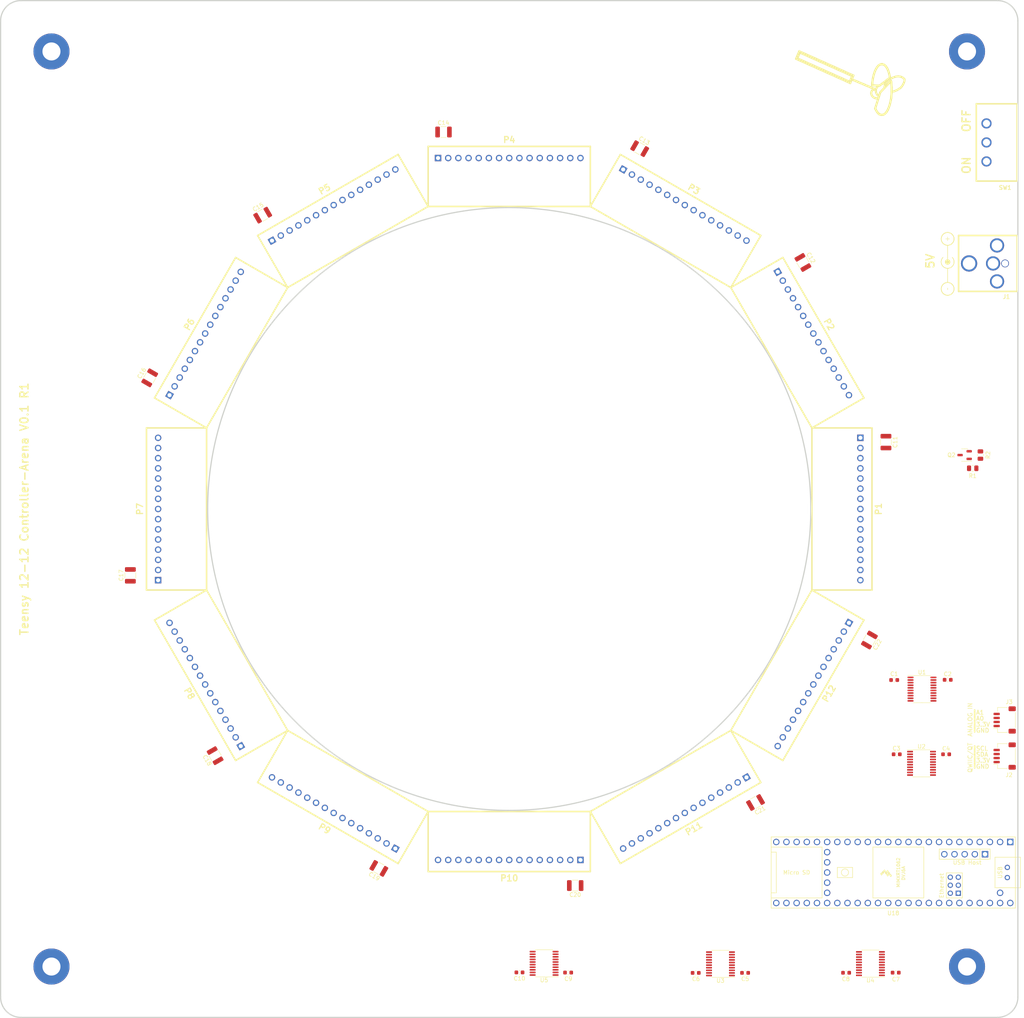
<source format=kicad_pcb>
(kicad_pcb (version 20221018) (generator pcbnew)
  (layers (0 "F.Cu" signal) (1 "In1.Cu" power) (2 "In2.Cu" power) (31 "B.Cu" signal) (34 "B.Paste" user) (35 "F.Paste" user) (36 "B.SilkS" user "B.Silkscreen") (37 "F.SilkS" user "F.Silkscreen") (38 "B.Mask" user) (39 "F.Mask" user) (44 "Edge.Cuts" user))
  (net 0 "")
  (net 1 "+3.3V")
  (net 2 "+5V")
  (net 4 "Net-(SW1-A)")
  (net 5 "/Teensy/SDA")
  (net 8 "/Teensy/SCL")
  (net 9 "/Teensy/A0")
  (net 11 "/Teensy/A1")
  (net 13 "/Level Shifters/PAN5V.SCK_1")
  (net 14 "/Level Shifters/PAN5V.SCK_0")
  (net 15 "/Level Shifters/PAN5V.MOSI_0")
  (net 16 "/Level Shifters/PAN5V.MISO_0")
  (net 17 "/Level Shifters/PAN5V.CS_00")
  (net 18 "/Level Shifters/PAN5V.CS_01")
  (net 19 "/Level Shifters/PAN5V.CS_02")
  (net 20 "/Level Shifters/PAN5V.CS_03")
  (net 21 "/Level Shifters/PAN5V.CS_04")
  (net 22 "/Level Shifters/PAN5V.EXT_INT")
  (net 23 "GND")
  (net 27 "/Level Shifters/PAN5V.CS_05")
  (net 28 "/Level Shifters/PAN5V.CS_06")
  (net 29 "/Level Shifters/PAN5V.CS_08")
  (net 30 "/Level Shifters/PAN5V.CS_09")
  (net 43 "Net-(Q2-G)")
  (net 44 "/Level Shifters/PAN5V.CS_10")
  (net 45 "/Level Shifters/PAN5V.CS_11")
  (net 46 "/Level Shifters/PAN5V.CS_12")
  (net 47 "/Level Shifters/PAN5V.CS_13")
  (net 48 "/Level Shifters/PAN5V.CS_14")
  (net 49 "/Level Shifters/PAN5V.CS_15")
  (net 50 "/Level Shifters/PAN5V.CS_16")
  (net 51 "/Level Shifters/PAN5V.CS_17")
  (net 52 "/Level Shifters/PAN5V.CS_18")
  (net 53 "/Level Shifters/PAN5V.CS_19")
  (net 54 "/Level Shifters/PAN5V.CS_20")
  (net 55 "/Level Shifters/PAN5V.CS_21")
  (net 56 "/Level Shifters/PAN5V.CS_22")
  (net 57 "/Level Shifters/PAN5V.CS_23")
  (net 58 "/Level Shifters/PAN5V.CS_24")
  (net 59 "/Level Shifters/PAN5V.CS_25")
  (net 60 "/Level Shifters/PAN5V.CS_26")
  (net 61 "/Level Shifters/PAN5V.CS_27")
  (net 62 "/Level Shifters/PAN5V.CS_28")
  (net 63 "/Level Shifters/PAN5V.CS_29")
  (net 64 "/Level Shifters/PAN5V.MOSI_1")
  (net 65 "/Level Shifters/PAN5V.MISO_1")
  (net 84 "/Level Shifters/PAN5V.RESET")
  (net 85 "/Level Shifters/PAN3V.RESET")
  (net 86 "/Level Shifters/PAN3V.SCK_0")
  (net 87 "/Level Shifters/PAN3V.MOSI_0")
  (net 88 "/Level Shifters/PAN3V.MISO_0")
  (net 90 "/Level Shifters/PAN3V.SCK_1")
  (net 91 "/Level Shifters/PAN3V.MOSI_1")
  (net 92 "/Level Shifters/PAN3V.MISO_1")
  (net 94 "/Level Shifters/PAN3V.CS_00")
  (net 95 "/Level Shifters/PAN3V.CS_01")
  (net 96 "/Level Shifters/PAN3V.CS_02")
  (net 97 "/Level Shifters/PAN3V.CS_03")
  (net 98 "/Level Shifters/PAN3V.CS_04")
  (net 99 "/Level Shifters/PAN3V.CS_05")
  (net 100 "/Level Shifters/PAN3V.CS_06")
  (net 101 "/Level Shifters/PAN3V.CS_07")
  (net 102 "/Level Shifters/PAN5V.CS_07")
  (net 103 "/Level Shifters/PAN3V.CS_08")
  (net 104 "/Level Shifters/PAN3V.CS_09")
  (net 105 "/Level Shifters/PAN3V.CS_10")
  (net 106 "/Level Shifters/PAN3V.CS_11")
  (net 107 "/Level Shifters/PAN3V.CS_12")
  (net 108 "/Level Shifters/PAN3V.CS_13")
  (net 109 "/Level Shifters/PAN3V.CS_14")
  (net 110 "/Level Shifters/PAN3V.CS_15")
  (net 111 "/Level Shifters/PAN3V.CS_16")
  (net 112 "/Level Shifters/PAN3V.CS_17")
  (net 113 "/Level Shifters/PAN3V.CS_18")
  (net 114 "/Level Shifters/PAN3V.CS_19")
  (net 115 "/Level Shifters/PAN3V.CS_20")
  (net 116 "/Level Shifters/PAN3V.CS_21")
  (net 117 "/Level Shifters/PAN3V.CS_22")
  (net 118 "/Level Shifters/PAN3V.CS_23")
  (net 119 "/Level Shifters/PAN3V.CS_24")
  (net 120 "/Level Shifters/PAN3V.CS_25")
  (net 121 "/Level Shifters/PAN3V.CS_26")
  (net 122 "/Level Shifters/PAN3V.CS_27")
  (net 123 "/Level Shifters/PAN3V.CS_28")
  (net 124 "/Level Shifters/PAN3V.CS_29")
  (net 126 "/Level Shifters/PAN3V.EXT_INT")
  (net 146 "/Panel Headers/RESET")
  (footprint "Capacitor_SMD:C_0603_1608Metric" (layer "F.Cu") (at 274.545 239.08 180)
    (fp_text reference "C3")
    (fp_text value "0.1uF")
  )
  (footprint "Capacitor_SMD:C_1210_3225Metric" (layer "F.Cu") (at 210.37 87.78 -30)
    (fp_text reference "C13")
    (fp_text value "100uF")
  )
  (footprint "MountingHole:MountingHole_4.5mm_Pad" (layer "F.Cu") (at 63.5 63.5)
    (fp_text reference "H1" hide)
    (fp_text value "MountingHole_Pad")
  )
  (footprint "arena_custom:HEADER_TOP" (layer "F.Cu") (at 177.799999 265.474028 180)
    (fp_text reference "P10")
    (fp_text value "CONN15" hide)
  )
  (footprint "Capacitor_SMD:C_0603_1608Metric" (layer "F.Cu") (at 224.355 293.684 180)
    (fp_text reference "C6")
    (fp_text value "0.1uF")
  )
  (footprint "arena_custom:HEADER_TOP" (layer "F.Cu") (at 253.727936 221.637014 -120)
    (fp_text reference "P12")
    (fp_text value "CONN15" hide)
  )
  (footprint "arena_custom:HEADER_TOP" (layer "F.Cu") (at 90.125971 177.8 90)
    (fp_text reference "P7")
    (fp_text value "CONN15" hide)
  )
  (footprint "Capacitor_SMD:C_1210_3225Metric" (layer "F.Cu") (at 161.385 83.63)
    (fp_text reference "C14")
    (fp_text value "100uF")
  )
  (footprint "Capacitor_SMD:C_1210_3225Metric" (layer "F.Cu") (at 267.7275 210.532613 -120)
    (fp_text reference "C22")
    (fp_text value "100uF")
  )
  (footprint "arena_custom:slide_switch" (layer "F.Cu") (at 299.5 86.233 90)
    (fp_text reference "SW1")
    (fp_text value "SW_SPDT" hide)
  )
  (footprint "Package_SO:TSSOP-20_4.4x6.5mm_P0.65mm" (layer "F.Cu") (at 230.5396 291.4176 180)
    (fp_text reference "U3")
    (fp_text value "TXB0108PW")
  )
  (footprint "Capacitor_SMD:C_0603_1608Metric" (layer "F.Cu") (at 261.912 293.654 180)
    (fp_text reference "C8")
    (fp_text value "0.1uF")
  )
  (footprint "Package_SO:TSSOP-20_4.4x6.5mm_P0.65mm" (layer "F.Cu") (at 280.7409 241.3398)
    (fp_text reference "U2")
    (fp_text value "TXB0108PW")
  )
  (footprint "Capacitor_SMD:C_1210_3225Metric" (layer "F.Cu") (at 104.3625 239.422613 120)
    (fp_text reference "C18")
    (fp_text value "100uF")
  )
  (footprint "arena_custom:HEADER_TOP" (layer "F.Cu") (at 133.962985 253.727936 150)
    (fp_text reference "P9")
    (fp_text value "CONN15" hide)
  )
  (footprint "arena_custom:HEADER_TOP" (layer "F.Cu") (at 221.637014 253.727936 -150)
    (fp_text reference "P11")
    (fp_text value "CONN15" hide)
  )
  (footprint "Capacitor_SMD:C_0603_1608Metric" (layer "F.Cu") (at 192.504 293.604)
    (fp_text reference "C9")
    (fp_text value "0.1uF")
  )
  (footprint "arena_custom:JST_SH_SM04B-SRSS-TB_1x04-1MP_P1.00mm_Horizontal" (layer "F.Cu") (at 301.5 230.505 90)
    (fp_text reference "J3")
    (fp_text value "Conn_01x04")
  )
  (footprint "Capacitor_SMD:C_0603_1608Metric" (layer "F.Cu") (at 287.274 220.472)
    (fp_text reference "C2")
    (fp_text value "0.1uF")
  )
  (footprint "Capacitor_SMD:C_0603_1608Metric" (layer "F.Cu") (at 236.69 293.674)
    (fp_text reference "C5")
    (fp_text value "0.1uF")
  )
  (footprint "Capacitor_SMD:C_0603_1608Metric" (layer "F.Cu") (at 180.354 293.564 180)
    (fp_text reference "C10")
    (fp_text value "0.1uF")
  )
  (footprint "MountingHole:MountingHole_4.5mm_Pad" (layer "F.Cu") (at 292.1 292.1)
    (fp_text reference "H3" hide)
    (fp_text value "MountingHole_Pad")
  )
  (footprint "Package_SO:TSSOP-20_4.4x6.5mm_P0.65mm" (layer "F.Cu") (at 280.8555 222.799)
    (fp_text reference "U1")
    (fp_text value "TXB0108PW")
  )
  (footprint "Package_TO_SOT_SMD:SOT-23-3" (layer "F.Cu") (at 291.5035 164.328 180)
    (fp_text reference "Q2")
    (fp_text value "MOSFET_NCHAN")
  )
  (footprint "MountingHole:MountingHole_4.5mm_Pad" (layer "F.Cu") (at 63.5 292.1)
    (fp_text reference "H4" hide)
    (fp_text value "MountingHole_Pad")
  )
  (footprint "arena_custom:DCJACK_2PIN_HIGHCURRENT" (layer "F.Cu") (at 304.6 116.459 -90)
    (fp_text reference "J1")
    (fp_text value "Barrel_Jack" hide)
  )
  (footprint "Capacitor_SMD:C_1210_3225Metric" (layer "F.Cu") (at 116.237387 104.3925 30)
    (fp_text reference "C15")
    (fp_text value "100uF")
  )
  (footprint "arena_custom:HEADER_TOP" (layer "F.Cu") (at 133.962985 101.872063 30)
    (fp_text reference "P5")
    (fp_text value "CONN15" hide)
  )
  (footprint "Capacitor_SMD:C_1210_3225Metric" (layer "F.Cu") (at 239.282613 251.1175 -150)
    (fp_text reference "C21")
    (fp_text value "100uF")
  )
  (footprint "Package_SO:TSSOP-20_4.4x6.5mm_P0.65mm" (layer "F.Cu") (at 267.9826 291.3668 180)
    (fp_text reference "U4")
    (fp_text value "TXB0108PW")
  )
  (footprint "arena_custom:HEADER_TOP" (layer "F.Cu") (at 177.8 90.125971)
    (fp_text reference "P4")
    (fp_text value "CONN15" hide)
  )
  (footprint "Resistor_SMD:R_0805_2012Metric" (layer "F.Cu") (at 293.5175 167.63)
    (fp_text reference "R1")
    (fp_text value "200")
  )
  (footprint "Capacitor_SMD:C_1210_3225Metric" (layer "F.Cu") (at 271.86 161.09 -90)
    (fp_text reference "C11")
    (fp_text value "100uF")
  )
  (footprint "Capacitor_SMD:C_1210_3225Metric" (layer "F.Cu") (at 251.12 116.21 -60)
    (fp_text reference "C12")
    (fp_text value "100uF")
  )
  (footprint "teensy:Teensy41" (layer "F.Cu") (at 273.685 268.605 180)
    (fp_text reference "U18")
    (fp_text value "Teensy4.1")
  )
  (footprint "arena_custom:HEADER_TOP" (layer "F.Cu") (at 265.474028 177.8 -90)
    (fp_text reference "P1")
    (fp_text value "CONN15" hide)
  )
  (footprint "arena_custom:HEADER_TOP" (layer "F.Cu") (at 101.872063 133.962985 60)
    (fp_text reference "P6")
    (fp_text value "CONN15" hide)
  )
  (footprint "arena_custom:HEADER_TOP" (layer "F.Cu") (at 101.872063 221.637014 120)
    (fp_text reference "P8")
    (fp_text value "CONN15" hide)
  )
  (footprint "MountingHole:MountingHole_4.5mm_Pad" (layer "F.Cu") (at 292.1 63.5)
    (fp_text reference "H2" hide)
    (fp_text value "MountingHole_Pad")
  )
  (footprint "Capacitor_SMD:C_0603_1608Metric" (layer "F.Cu") (at 286.885 239.08)
    (fp_text reference "C4")
    (fp_text value "0.1uF")
  )
  (footprint "Capacitor_SMD:C_0603_1608Metric" (layer "F.Cu") (at 274.292 293.624)
    (fp_text reference "C7")
    (fp_text value "0.1uF")
  )
  (footprint "Capacitor_SMD:C_1210_3225Metric" (layer "F.Cu") (at 88.0275 145.032613 60)
    (fp_text reference "C16")
    (fp_text value "100uF")
  )
  (footprint "Capacitor_SMD:C_0603_1608Metric" (layer "F.Cu") (at 273.9136 220.5228 180)
    (fp_text reference "C1")
    (fp_text value "0.1uF")
  )
  (footprint "arena_custom:HEADER_TOP" (layer "F.Cu") (at 253.727936 133.962985 -60)
    (fp_text reference "P2")
    (fp_text value "CONN15" hide)
  )
  (footprint "Capacitor_SMD:C_1210_3225Metric" (layer "F.Cu") (at 194.27 271.87 180)
    (fp_text reference "C20")
    (fp_text value "100uF")
  )
  (footprint "arena_custom:JST_SH_SM04B-SRSS-TB_1x04-1MP_P1.00mm_Horizontal" (layer "F.Cu") (at 301.5 239.516 90)
    (fp_text reference "J2")
    (fp_text value "Conn_01x04")
  )
  (footprint "Capacitor_SMD:C_1210_3225Metric" (layer "F.Cu") (at 145.24 267.58 150)
    (fp_text reference "C19")
    (fp_text value "100uF")
  )
  (footprint "Capacitor_SMD:C_1210_3225Metric" (layer "F.Cu") (at 83.2 194.375 90)
    (fp_text reference "C17")
    (fp_text value "100uF")
  )
  (footprint "arena_custom:HEADER_TOP" (layer "F.Cu") (at 221.637014 101.872063 -30)
    (fp_text reference "P3")
    (fp_text value "CONN15" hide)
  )
  (footprint "Package_SO:TSSOP-20_4.4x6.5mm_P0.65mm" (layer "F.Cu") (at 186.5017 291.2958 180)
    (fp_text reference "U5")
    (fp_text value "TXB0108PW")
  )
  (footprint "Resistor_SMD:R_0805_2012Metric" (layer "F.Cu") (at 295.446 164.328 -90)
    (fp_text reference "R2")
    (fp_text value "20k")
  )
  (gr_line (start 272.719791 77.056148) (end 272.792723 76.816793) (stroke (width 0.514144)) (layer "F.SilkS"))
  (gr_line (start 269.848875 78.84365) (end 269.949642 78.94925) (stroke (width 0.514144)) (layer "F.SilkS"))
  (gr_line (start 269.91939 75.129372) (end 269.568674 75.230056) (stroke (width 0.514144)) (layer "F.SilkS"))
  (gr_line (start 285.958677 117.020687) (end 285.912617 116.954601) (stroke (width 0.15487)) (layer "F.SilkS"))
  (gr_line (start 287.579658 108.759663) (end 287.656965 108.777506) (stroke (width 0.179621)) (layer "F.SilkS"))
  (gr_line (start 286.301544 109.044649) (end 286.364193 109.000099) (stroke (width 0.179621)) (layer "F.SilkS"))
  (gr_line (start 273.203414 74.60929) (end 273.230843 74.302741) (stroke (width 0.514144)) (layer "F.SilkS"))
  (gr_line (start 268.538467 71.922576) (end 268.398283 71.928386) (stroke (width 0.514144)) (layer "F.SilkS"))
  (gr_line (start 268.574091 73.118561) (end 268.857945 73.03804) (stroke (width 0.514144)) (layer "F.SilkS"))
  (gr_line (start 269.169029 77.753918) (end 269.385651 78.183367) (stroke (width 0.514144)) (layer "F.SilkS"))
  (gr_line (start 271.889088 78.737053) (end 271.995033 78.597133) (stroke (width 0.514144)) (layer "F.SilkS"))
  (gr_line (start 287.807038 124.313867) (end 287.732792 124.338989) (stroke (width 0.179621)) (layer "F.SilkS"))
  (gr_line (start 288.624191 121.984336) (end 288.662666 122.051252) (stroke (width 0.179621)) (layer "F.SilkS"))
  (gr_line (start 270.373143 79.255534) (end 270.483539 79.301598) (stroke (width 0.514144)) (layer "F.SilkS"))
  (gr_line (start 269.627802 78.587148) (end 269.849848 78.897612) (stroke (width 0.514144)) (layer "F.SilkS"))
  (gr_line (start 287.014275 111.904619) (end 286.935586 111.890567) (stroke (width 0.179621)) (layer "F.SilkS"))
  (gr_line (start 288.644971 116.886798) (end 288.602596 116.954601) (stroke (width 0.15487)) (layer "F.SilkS"))
  (gr_line (start 270.12026 79.162894) (end 270.402342 79.294654) (stroke (width 0.514144)) (layer "F.SilkS"))
  (gr_line (start 286.183213 123.995719) (end 286.127717 123.94281) (stroke (width 0.179621)) (layer "F.SilkS"))
  (gr_line (start 286.429041 124.179493) (end 286.364208 124.13793) (stroke (width 0.179621)) (layer "F.SilkS"))
  (gr_line (start 288.851319 116.299732) (end 288.838422 116.37612) (stroke (width 0.15487)) (layer "F.SilkS"))
  (gr_line (start 272.046604 71.989815) (end 270.43001 73.735033) (stroke (width 0.514144)) (layer "F.SilkS"))
  (gr_line (start 286.24118 121.579884) (end 286.301544 121.532447) (stroke (width 0.179621)) (layer "F.SilkS"))
  (gr_line (start 269.072842 68.532694) (end 269.358938 67.903329) (stroke (width 0.514144)) (layer "F.SilkS"))
  (gr_line (start 268.490036 74.712817) (end 268.294985 74.405939) (stroke (width 0.514144)) (layer "F.SilkS"))
  (gr_line (start 269.95576 67.084344) (end 270.162314 66.914871) (stroke (width 0.514144)) (layer "F.SilkS"))
  (gr_line (start 287.175394 111.920951) (end 287.094245 111.914781) (stroke (width 0.179621)) (layer "F.SilkS"))
  (gr_line (start 275.697613 69.857459) (end 276.045895 70.048451) (stroke (width 0.514144)) (layer "F.SilkS"))
  (gr_line (start 285.932595 123.706323) (end 285.891031 123.64149) (stroke (width 0.179621)) (layer "F.SilkS"))
  (gr_line (start 285.678102 110.081768) (end 285.692154 110.00308) (stroke (width 0.179621)) (layer "F.SilkS"))
  (gr_line (start 268.687622 74.905469) (end 268.490036 74.712817) (stroke (width 0.514144)) (layer "F.SilkS"))
  (gr_line (start 269.213842 77.812465) (end 269.296205 77.988991) (stroke (width 0.514144)) (layer "F.SilkS"))
  (gr_line (start 288.332018 111.507921) (end 288.274039 111.558144) (stroke (width 0.179621)) (layer "F.SilkS"))
  (gr_line (start 268.294985 74.405939) (end 268.204859 74.17758) (stroke (width 0.514144)) (layer "F.SilkS"))
  (gr_line (start 288.662666 109.563454) (end 288.697954 109.632353) (stroke (width 0.179621)) (layer "F.SilkS"))
  (gr_line (start 287.257623 111.923031) (end 287.175394 111.920951) (stroke (width 0.179621)) (layer "F.SilkS"))
  (gr_line (start 287.500969 108.745611) (end 287.579658 108.759663) (stroke (width 0.179621)) (layer "F.SilkS"))
  (gr_line (start 271.584177 79.084107) (end 272.001749 78.655636) (stroke (width 0.514144)) (layer "F.SilkS"))
  (gr_line (start 285.891023 109.496538) (end 285.932586 109.431706) (stroke (width 0.179621)) (layer "F.SilkS"))
  (gr_line (start 288.847273 122.649536) (end 288.853443 122.730685) (stroke (width 0.179621)) (layer "F.SilkS"))
  (gr_line (start 287.950382 121.372569) (end 288.01928 121.407857) (stroke (width 0.179621)) (layer "F.SilkS"))
  (gr_line (start 286.179039 117.264324) (end 286.118965 117.207211) (stroke (width 0.15487)) (layer "F.SilkS"))
  (gr_line (start 271.557158 72.298344) (end 271.562769 72.215878) (stroke (width 0.514144)) (layer "F.SilkS"))
  (gr_line (start 288.697954 111.017877) (end 288.662666 111.086776) (stroke (width 0.179621)) (layer "F.SilkS"))
  (gr_line (start 271.796884 67.188567) (end 271.866965 67.27346) (stroke (width 0.514144)) (layer "F.SilkS"))
  (gr_line (start 288.823059 110.00308) (end 288.837111 110.081768) (stroke (width 0.179621)) (layer "F.SilkS"))
  (gr_line (start 270.042082 66.980845) (end 270.486469 66.719946) (stroke (width 0.514144)) (layer "F.SilkS"))
  (gr_line (start 288.44042 121.738511) (end 288.490643 121.796491) (stroke (width 0.179621)) (layer "F.SilkS"))
  (gr_line (start 273.396069 73.592428) (end 273.26293 73.636146) (stroke (width 0.514144)) (layer "F.SilkS"))
  (gr_line (start 271.175363 66.746491) (end 271.258978 66.778138) (stroke (width 0.514144)) (layer "F.SilkS"))
  (gr_line (start 286.635626 108.852772) (end 286.708191 108.824161) (stroke (width 0.179621)) (layer "F.SilkS"))
  (gr_line (start 285.737589 116.601278) (end 285.713638 116.527036) (stroke (width 0.15487)) (layer "F.SilkS"))
  (gr_line (start 287.014268 121.233409) (end 287.094239 121.223247) (stroke (width 0.179621)) (layer "F.SilkS"))
  (gr_line (start 287.807038 111.826069) (end 287.732792 111.851191) (stroke (width 0.179621)) (layer "F.SilkS"))
  (gr_line (start 288.853443 122.895142) (end 288.847273 122.976291) (stroke (width 0.179621)) (layer "F.SilkS"))
  (gr_line (start 286.301558 124.093379) (end 286.241193 124.045942) (stroke (width 0.179621)) (layer "F.SilkS"))
  (gr_line (start 270.652049 79.34661) (end 270.708938 79.355045) (stroke (width 0.514144)) (layer "F.SilkS"))
  (gr_line (start 287.411957 117.671485) (end 287.334853 117.677012) (stroke (width 0.15487)) (layer "F.SilkS"))
  (gr_line (start 288.086196 111.691695) (end 288.01928 111.730171) (stroke (width 0.179621)) (layer "F.SilkS"))
  (gr_line (start 287.334853 117.677012) (end 287.257606 117.678855) (stroke (width 0.15487)) (layer "F.SilkS"))
  (gr_line (start 276.063288 71.879708) (end 275.824175 72.244406) (stroke (width 0.514144)) (layer "F.SilkS"))
  (gr_line (start 271.953175 71.26514) (end 272.16674 70.993802) (stroke (width 0.514144)) (layer "F.SilkS"))
  (gr_line (start 287.257623 115.420801) (end 287.257623 111.996042) (stroke (width 0.168772)) (layer "F.SilkS"))
  (gr_line (start 285.891031 123.64149) (end 285.852554 123.574574) (stroke (width 0.179621)) (layer "F.SilkS"))
  (gr_line (start 269.655783 72.404764) (end 269.813437 72.22149) (stroke (width 0.514144)) (layer "F.SilkS"))
  (gr_line (start 268.378971 73.29255) (end 268.574091 73.118561) (stroke (width 0.514144)) (layer "F.SilkS"))
  (gr_line (start 286.635639 124.285256) (end 286.564857 124.253257) (stroke (width 0.179621)) (layer "F.SilkS"))
  (gr_line (start 285.66177 110.242887) (end 285.66794 110.161738) (stroke (width 0.179621)) (layer "F.SilkS"))
  (gr_line (start 287.094245 111.914781) (end 287.014275 111.904619) (stroke (width 0.179621)) (layer "F.SilkS"))
  (gr_line (start 287.950382 111.765459) (end 287.879601 111.797458) (stroke (width 0.179621)) (layer "F.SilkS"))
  (gr_line (start 288.729953 123.434894) (end 288.697954 123.505675) (stroke (width 0.179621)) (layer "F.SilkS"))
  (gr_line (start 271.74168 67.120768) (end 272.14785 67.677546) (stroke (width 0.514144)) (layer "F.SilkS"))
  (gr_line (start 276.045895 70.048451) (end 276.310637 70.266337) (stroke (width 0.514144)) (layer "F.SilkS"))
  (gr_line (start 262.869029 71.238685) (end 249.569411 65.284054) (stroke (width 0.514144)) (layer "F.SilkS"))
  (gr_line (start 285.654682 115.914214) (end 285.663894 115.837397) (stroke (width 0.15487)) (layer "F.SilkS"))
  (gr_line (start 288.860531 116.222914) (end 288.851319 116.299732) (stroke (width 0.15487)) (layer "F.SilkS"))
  (gr_line (start 262.984506 71.29082) (end 263.743691 69.51028) (stroke (width 0.514144)) (layer "F.SilkS"))
  (gr_line (start 270.823954 66.689781) (end 270.91435 66.693356) (stroke (width 0.514144)) (layer "F.SilkS"))
  (gr_line (start 272.561228 77.506092) (end 272.642575 77.286047) (stroke (width 0.514144)) (layer "F.SilkS"))
  (gr_line (start 286.708191 121.311959) (end 286.782438 121.286837) (stroke (width 0.179621)) (layer "F.SilkS"))
  (gr_line (start 270.402342 79.294654) (end 270.845429 79.369321) (stroke (width 0.514144)) (layer "F.SilkS"))
  (gr_line (start 287.935657 117.529624) (end 287.863562 117.560944) (stroke (width 0.15487)) (layer "F.SilkS"))
  (gr_line (start 287.180359 117.677012) (end 287.103255 117.671485) (stroke (width 0.15487)) (layer "F.SilkS"))
  (gr_line (start 274.365448 69.786521) (end 274.732374 69.731135) (stroke (width 0.514144)) (layer "F.SilkS"))
  (gr_line (start 288.209728 117.367496) (end 288.143643 117.413555) (stroke (width 0.15487)) (layer "F.SilkS"))
  (gr_line (start 287.026438 117.662273) (end 286.950049 117.649377) (stroke (width 0.15487)) (layer "F.SilkS"))
  (gr_line (start 287.339851 111.920951) (end 287.257623 111.923031) (stroke (width 0.179621)) (layer "F.SilkS"))
  (gr_line (start 275.3629 69.776092) (end 275.697613 69.857459) (stroke (width 0.514144)) (layer "F.SilkS"))
  (gr_line (start 269.813437 72.22149) (end 269.933432 72.102344) (stroke (width 0.514144)) (layer "F.SilkS"))
  (gr_line (start 272.975988 70.361552) (end 273.168289 70.250358) (stroke (width 0.514144)) (layer "F.SilkS"))
  (gr_line (start 276.470799 70.922516) (end 276.357002 71.278013) (stroke (width 0.514144)) (layer "F.SilkS"))
  (gr_line (start 271.66866 78.97738) (end 271.780245 78.863935) (stroke (width 0.514144)) (layer "F.SilkS"))
  (gr_line (start 287.640979 117.632796) (end 287.565163 117.649377) (stroke (width 0.15487)) (layer "F.SilkS"))
  (gr_line (start 288.387512 109.195218) (end 288.44042 109.250713) (stroke (width 0.179621)) (layer "F.SilkS"))
  (gr_line (start 270.486109 66.747234) (end 270.597313 66.715491) (stroke (width 0.514144)) (layer "F.SilkS"))
  (gr_line (start 276.310637 70.266337) (end 276.487316 70.447612) (stroke (width 0.514144)) (layer "F.SilkS"))
  (gr_line (start 285.75665 109.775698) (end 285.785261 109.703135) (stroke (width 0.179621)) (layer "F.SilkS"))
  (gr_line (start 286.708204 124.313867) (end 286.635639 124.285256) (stroke (width 0.179621)) (layer "F.SilkS"))
  (gr_line (start 286.935586 124.378364) (end 286.858278 124.360522) (stroke (width 0.179621)) (layer "F.SilkS"))
  (gr_line (start 288.853443 110.242887) (end 288.855522 110.325115) (stroke (width 0.179621)) (layer "F.SilkS"))
  (gr_line (start 273.199471 71.40298) (end 273.170914 71.146272) (stroke (width 0.514144)) (layer "F.SilkS"))
  (gr_line (start 271.00305 66.704039) (end 271.090054 66.721771) (stroke (width 0.514144)) (layer "F.SilkS"))
  (gr_line (start 287.950382 108.884771) (end 288.01928 108.920059) (stroke (width 0.179621)) (layer "F.SilkS"))
  (gr_line (start 288.396248 117.207211) (end 288.336173 117.264324) (stroke (width 0.15487)) (layer "F.SilkS"))
  (gr_line (start 285.870242 115.250331) (end 285.912617 115.182528) (stroke (width 0.15487)) (layer "F.SilkS"))
  (gr_line (start 285.713638 115.610093) (end 285.737589 115.535851) (stroke (width 0.15487)) (layer "F.SilkS"))
  (gr_line (start 285.709998 123.212257) (end 285.692155 123.134949) (stroke (width 0.179621)) (layer "F.SilkS"))
  (gr_line (start 268.398283 71.928386) (end 268.443264 71.372715) (stroke (width 0.514144)) (layer "F.SilkS"))
  (gr_line (start 250.277988 63.622209) (end 263.577606 69.576838) (stroke (width 0.514144)) (layer "F.SilkS"))
  (gr_line (start 288.387512 121.683016) (end 288.44042 121.738511) (stroke (width 0.179621)) (layer "F.SilkS"))
  (gr_line (start 288.602596 116.954601) (end 288.556536 117.020687) (stroke (width 0.15487)) (layer "F.SilkS"))
  (gr_line (start 272.386758 77.915027) (end 272.475904 77.715885) (stroke (width 0.514144)) (layer "F.SilkS"))
  (gr_line (start 288.851319 115.837397) (end 288.860531 115.914214) (stroke (width 0.15487)) (layer "F.SilkS"))
  (gr_line (start 270.823706 79.361837) (end 270.950176 79.353592) (stroke (width 0.514144)) (layer "F.SilkS"))
  (gr_line (start 288.823059 123.134949) (end 288.805217 123.212257) (stroke (width 0.179621)) (layer "F.SilkS"))
  (gr_line (start 272.192051 67.792474) (end 272.252008 67.914764) (stroke (width 0.514144)) (layer "F.SilkS"))
  (gr_line (start 288.624191 109.496538) (end 288.662666 109.563454) (stroke (width 0.179621)) (layer "F.SilkS"))
  (gr_line (start 285.663894 115.837397) (end 285.676791 115.761009) (stroke (width 0.15487)) (layer "F.SilkS"))
  (gr_line (start 272.526536 68.615325) (end 272.624571 68.936007) (stroke (width 0.514144)) (layer "F.SilkS"))
  (gr_line (start 274.300501 73.290538) (end 273.955521 73.448266) (stroke (width 0.514144)) (layer "F.SilkS"))
  (gr_line (start 272.878363 70.030484) (end 272.227131 70.522448) (stroke (width 0.514144)) (layer "F.SilkS"))
  (gr_line (start 286.241193 111.558144) (end 286.183213 111.507921) (stroke (width 0.179621)) (layer "F.SilkS"))
  (gr_line (start 274.611605 73.162883) (end 274.300501 73.290538) (stroke (width 0.514144)) (layer "F.SilkS"))
  (gr_line (start 276.487316 70.447612) (end 276.514114 70.597317) (stroke (width 0.514144)) (layer "F.SilkS"))
  (gr_line (start 288.729953 122.190932) (end 288.758563 122.263496) (stroke (width 0.179621)) (layer "F.SilkS"))
  (gr_line (start 273.463734 70.098418) (end 273.689671 69.989986) (stroke (width 0.514144)) (layer "F.SilkS"))
  (gr_line (start 273.271457 72.470915) (end 273.259991 72.198306) (stroke (width 0.514144)) (layer "F.SilkS"))
  (gr_line (start 269.789995 74.417504) (end 269.64406 74.262718) (stroke (width 0.514144)) (layer "F.SilkS"))
  (gr_line (start 288.332018 123.995719) (end 288.274039 124.045942) (stroke (width 0.179621)) (layer "F.SilkS"))
  (gr_line (start 287.257623 124.410828) (end 287.175394 124.408749) (stroke (width 0.179621)) (layer "F.SilkS"))
  (gr_line (start 285.785261 122.190932) (end 285.81726 122.120151) (stroke (width 0.179621)) (layer "F.SilkS"))
  (gr_line (start 288.847273 110.161738) (end 288.853443 110.242887) (stroke (width 0.179621)) (layer "F.SilkS"))
  (gr_line (start 288.151027 109.000099) (end 288.213675 109.044649) (stroke (width 0.179621)) (layer "F.SilkS"))
  (gr_line (start 288.453362 114.989993) (end 288.506791 115.052216) (stroke (width 0.15487)) (layer "F.SilkS"))
  (gr_line (start 288.506791 117.084913) (end 288.453362 117.147135) (stroke (width 0.15487)) (layer "F.SilkS"))
  (gr_line (start 294 237) (end 294 242.5) (stroke (width 0.381)) (layer "F.SilkS"))
  (gr_line (start 269.081167 72.892436) (end 269.063736 72.933473) (stroke (width 0.514144)) (layer "F.SilkS"))
  (gr_line (start 285.663894 116.299732) (end 285.654682 116.222915) (stroke (width 0.15487)) (layer "F.SilkS"))
  (gr_line (start 288.758563 109.775698) (end 288.783685 109.849944) (stroke (width 0.179621)) (layer "F.SilkS"))
  (gr_line (start 285.756654 110.874532) (end 285.731531 110.800286) (stroke (width 0.179621)) (layer "F.SilkS"))
  (gr_line (start 288.644971 115.25033) (end 288.683661 115.319707) (stroke (width 0.15487)) (layer "F.SilkS"))
  (gr_line (start 270.193455 72.080045) (end 268.398283 71.928388) (stroke (width 0.514144)) (layer "F.SilkS"))
  (gr_line (start 273.170914 71.146272) (end 273.138327 70.894215) (stroke (width 0.514144)) (layer "F.SilkS"))
  (gr_line (start 286.651651 117.560944) (end 286.579555 117.529624) (stroke (width 0.15487)) (layer "F.SilkS"))
  (gr_line (start 288.213675 111.605581) (end 288.151027 111.650132) (stroke (width 0.179621)) (layer "F.SilkS"))
  (gr_line (start 285.852554 123.574574) (end 285.817265 123.505675) (stroke (width 0.179621)) (layer "F.SilkS"))
  (gr_line (start 286.1832 109.142309) (end 286.24118 109.092086) (stroke (width 0.179621)) (layer "F.SilkS"))
  (gr_line (start 268.78524 69.424072) (end 269.072842 68.532694) (stroke (width 0.514144)) (layer "F.SilkS"))
  (gr_line (start 286.061851 114.989993) (end 286.118965 114.929917) (stroke (width 0.15487)) (layer "F.SilkS"))
  (gr_line (start 286.061851 117.147135) (end 286.008421 117.084913) (stroke (width 0.15487)) (layer "F.SilkS"))
  (gr_line (start 285.692154 122.490878) (end 285.709996 122.413569) (stroke (width 0.179621)) (layer "F.SilkS"))
  (gr_line (start 287.879601 111.797458) (end 287.807038 111.826069) (stroke (width 0.179621)) (layer "F.SilkS"))
  (gr_line (start 286.024573 109.308693) (end 286.074796 109.250713) (stroke (width 0.179621)) (layer "F.SilkS"))
  (gr_line (start 285.852554 111.086776) (end 285.817265 111.017877) (stroke (width 0.179621)) (layer "F.SilkS"))
  (gr_line (start 286.301544 121.532447) (end 286.364193 121.487896) (stroke (width 0.179621)) (layer "F.SilkS"))
  (gr_line (start 288.783685 123.288084) (end 288.758563 123.36233) (stroke (width 0.179621)) (layer "F.SilkS"))
  (gr_line (start 269.334135 73.088782) (end 269.435669 72.741) (stroke (width 0.514144)) (layer "F.SilkS"))
  (gr_line (start 286.635639 111.797458) (end 286.564857 111.765459) (stroke (width 0.179621)) (layer "F.SilkS"))
  (gr_line (start 288.332018 121.630107) (end 288.387512 121.683016) (stroke (width 0.179621)) (layer "F.SilkS"))
  (gr_line (start 285.831551 116.817422) (end 285.796546 116.746614) (stroke (width 0.15487)) (layer "F.SilkS"))
  (gr_line (start 288.538079 121.856855) (end 288.582629 121.919503) (stroke (width 0.179621)) (layer "F.SilkS"))
  (gr_line (start 286.127717 123.94281) (end 286.074807 123.887315) (stroke (width 0.179621)) (layer "F.SilkS"))
  (gr_line (start 271.562769 72.215878) (end 271.567569 72.155036) (stroke (width 0.514144)) (layer "F.SilkS"))
  (gr_line (start 268.398283 71.928388) (end 268.428869 71.473183) (stroke (width 0.514144)) (layer "F.SilkS"))
  (gr_line (start 286.008421 117.084913) (end 285.958677 117.020687) (stroke (width 0.15487)) (layer "F.SilkS"))
  (gr_line (start 287.014268 108.745611) (end 287.094239 108.735449) (stroke (width 0.179621)) (layer "F.SilkS"))
  (gr_line (start 288.538079 109.369057) (end 288.582629 109.431706) (stroke (width 0.179621)) (layer "F.SilkS"))
  (gr_line (start 288.274039 111.558144) (end 288.213675 111.605581) (stroke (width 0.179621)) (layer "F.SilkS"))
  (gr_line (start 273.280747 73.025764) (end 273.278408 72.746825) (stroke (width 0.514144)) (layer "F.SilkS"))
  (gr_line (start 286.241193 124.045942) (end 286.183213 123.995719) (stroke (width 0.179621)) (layer "F.SilkS"))
  (gr_line (start 249.569411 65.284054) (end 250.277988 63.622209) (stroke (width 0.514144)) (layer "F.SilkS"))
  (gr_line (start 285.81726 122.120151) (end 285.852548 122.051252) (stroke (width 0.179621)) (layer "F.SilkS"))
  (gr_line (start 288.274039 121.579884) (end 288.332018 121.630107) (stroke (width 0.179621)) (layer "F.SilkS"))
  (gr_line (start 271.780245 78.863935) (end 271.889088 78.737053) (stroke (width 0.514144)) (layer "F.SilkS"))
  (gr_line (start 287.807038 108.824161) (end 287.879601 108.852772) (stroke (width 0.179621)) (layer "F.SilkS"))
  (gr_line (start 288.821841 115.685193) (end 288.838422 115.761008) (stroke (width 0.15487)) (layer "F.SilkS"))
  (gr_line (start 269.949642 78.94925) (end 270.05257 79.043534) (stroke (width 0.514144)) (layer "F.SilkS"))
  (gr_line (start 288.837111 110.081768) (end 288.847273 110.161738) (stroke (width 0.179621)) (layer "F.SilkS"))
  (gr_line (start 268.685166 69.837947) (end 268.798444 69.377434) (stroke (width 0.514144)) (layer "F.SilkS"))
  (gr_line (start 271.340898 66.816653) (end 271.421125 66.861974) (stroke (width 0.514144)) (layer "F.SilkS"))
  (gr_line (start 272.984266 76.04597) (end 273.038516 75.77277) (stroke (width 0.514144)) (layer "F.SilkS"))
  (gr_poly (pts (xy 287.191671 110.256718) (xy 287.191671 109.80759) (xy 287.32351 109.80759) (xy 287.32351 110.256718) (xy 287.772643 110.256718) (xy 287.772643 110.393516) (xy 287.32351 110.393516) (xy 287.32351 110.842642) (xy 287.191671 110.842642) (xy 287.191671 110.393516) (xy 286.742538 110.393516) (xy 286.742538 110.256718)) (fill solid) (layer "F.SilkS"))
  (gr_line (start 286.074807 123.887315) (end 286.024583 123.829336) (stroke (width 0.179621)) (layer "F.SilkS"))
  (gr_line (start 286.858278 124.360522) (end 286.78245 124.338989) (stroke (width 0.179621)) (layer "F.SilkS"))
  (gr_line (start 288.853443 122.730685) (end 288.855522 122.812913) (stroke (width 0.179621)) (layer "F.SilkS"))
  (gr_line (start 275.544306 72.557474) (end 275.243549 72.784521) (stroke (width 0.514144)) (layer "F.SilkS"))
  (gr_line (start 287.500969 121.233409) (end 287.579658 121.247462) (stroke (width 0.179621)) (layer "F.SilkS"))
  (gr_line (start 288.538079 123.768971) (end 288.490643 123.829336) (stroke (width 0.179621)) (layer "F.SilkS"))
  (gr_line (start 288.396248 114.929917) (end 288.453362 114.989993) (stroke (width 0.15487)) (layer "F.SilkS"))
  (gr_line (start 287.656965 124.360522) (end 287.579658 124.378364) (stroke (width 0.179621)) (layer "F.SilkS"))
  (gr_line (start 287.094239 108.735449) (end 287.175391 108.729279) (stroke (width 0.179621)) (layer "F.SilkS"))
  (gr_line (start 272.310281 68.043075) (end 272.36687 68.177347) (stroke (width 0.514144)) (layer "F.SilkS"))
  (gr_line (start 288.783685 109.849944) (end 288.805217 109.925771) (stroke (width 0.179621)) (layer "F.SilkS"))
  (gr_line (start 269.654291 78.599687) (end 269.750386 78.72703) (stroke (width 0.514144)) (layer "F.SilkS"))
  (gr_line (start 287.257623 121.15327) (end 287.257623 117.728512) (stroke (width 0.168772)) (layer "F.SilkS"))
  (gr_line (start 288.44042 111.399517) (end 288.387512 111.455012) (stroke (width 0.179621)) (layer "F.SilkS"))
  (gr_line (start 285.731528 109.849944) (end 285.75665 109.775698) (stroke (width 0.179621)) (layer "F.SilkS"))
  (gr_line (start 271.394184 66.835062) (end 271.74168 67.120768) (stroke (width 0.514144)) (layer "F.SilkS"))
  (gr_line (start 287.500969 111.904619) (end 287.421 111.914781) (stroke (width 0.179621)) (layer "F.SilkS"))
  (gr_line (start 285.66794 122.976291) (end 285.66177 122.895142) (stroke (width 0.179621)) (layer "F.SilkS"))
  (gr_line (start 285.731528 122.337742) (end 285.75665 122.263496) (stroke (width 0.179621)) (layer "F.SilkS"))
  (gr_line (start 288.718667 115.390515) (end 288.749987 115.46261) (stroke (width 0.15487)) (layer "F.SilkS"))
  (gr_line (start 273.223901 71.664068) (end 273.199471 71.40298) (stroke (width 0.514144)) (layer "F.SilkS"))
  (gr_line (start 268.798444 69.377434) (end 268.926541 68.945956) (stroke (width 0.514144)) (layer "F.SilkS"))
  (gr_line (start 271.567569 72.155036) (end 271.569822 72.132033) (stroke (width 0.514144)) (layer "F.SilkS"))
  (gr_line (start 286.495957 124.217969) (end 286.429041 124.179493) (stroke (width 0.179621)) (layer "F.SilkS"))
  (gr_line (start 269.435669 72.741) (end 269.655783 72.404764) (stroke (width 0.514144)) (layer "F.SilkS"))
  (gr_line (start 286.858267 121.265304) (end 286.935577 121.247462) (stroke (width 0.179621)) (layer "F.SilkS"))
  (gr_line (start 286.564843 121.372569) (end 286.635626 121.34057) (stroke (width 0.179621)) (layer "F.SilkS"))
  (gr_line (start 285.65969 110.325115) (end 285.66177 110.242887) (stroke (width 0.179621)) (layer "F.SilkS"))
  (gr_line (start 287.014275 124.392417) (end 286.935586 124.378364) (stroke (width 0.179621)) (layer "F.SilkS"))
  (gr_line (start 286.024573 121.796491) (end 286.074796 121.738511) (stroke (width 0.179621)) (layer "F.SilkS"))
  (gr_line (start 270.91435 66.693356) (end 271.00305 66.704039) (stroke (width 0.514144)) (layer "F.SilkS"))
  (gr_line (start 287.175391 121.217077) (end 287.257623 121.214998) (stroke (width 0.179621)) (layer "F.SilkS"))
  (gr_line (start 288.697954 122.120151) (end 288.729953 122.190932) (stroke (width 0.179621)) (layer "F.SilkS"))
  (gr_line (start 286.305485 117.367496) (end 286.24126 117.317753) (stroke (width 0.15487)) (layer "F.SilkS"))
  (gr_line (start 262.933892 71.409523) (end 262.984506 71.29082) (stroke (width 0.514144)) (layer "F.SilkS"))
  (gr_line (start 288.801574 116.527036) (end 288.777623 116.601278) (stroke (width 0.15487)) (layer "F.SilkS"))
  (gr_line (start 288.213675 121.532447) (end 288.274039 121.579884) (stroke (width 0.179621)) (layer "F.SilkS"))
  (gr_line (start 285.852548 122.051252) (end 285.891023 121.984336) (stroke (width 0.179621)) (layer "F.SilkS"))
  (gr_line (start 288.151027 121.487896) (end 288.213675 121.532447) (stroke (width 0.179621)) (layer "F.SilkS"))
  (gr_line (start 268.587608 70.325397) (end 268.685166 69.837947) (stroke (width 0.514144)) (layer "F.SilkS"))
  (gr_line (start 286.024583 111.341537) (end 285.977146 111.281173) (stroke (width 0.179621)) (layer "F.SilkS"))
  (gr_line (start 270.950176 79.353592) (end 271.074982 79.329126) (stroke (width 0.514144)) (layer "F.SilkS"))
  (gr_line (start 288.387512 123.94281) (end 288.332018 123.995719) (stroke (width 0.179621)) (layer "F.SilkS"))
  (gr_line (start 273.955521 73.448266) (end 273.667858 73.497182) (stroke (width 0.514144)) (layer "F.SilkS"))
  (gr_line (start 285.692154 110.00308) (end 285.709996 109.925771) (stroke (width 0.179621)) (layer "F.SilkS"))
  (gr_line (start 273.08771 75.492104) (end 273.131693 75.20437) (stroke (width 0.514144)) (layer "F.SilkS"))
  (gr_line (start 288.01928 121.407857) (end 288.086196 121.446333) (stroke (width 0.179621)) (layer "F.SilkS"))
  (gr_line (start 268.506673 70.837686) (end 268.587608 70.325397) (stroke (width 0.514144)) (layer "F.SilkS"))
  (gr_line (start 273.109184 70.898086) (end 270.430035 73.735032) (stroke (width 0.514144)) (layer "F.SilkS"))
  (gr_line (start 288.506791 115.052216) (end 288.556536 115.116442) (stroke (width 0.15487)) (layer "F.SilkS"))
  (gr_line (start 272.384901 68.207283) (end 272.607883 68.882713) (stroke (width 0.514144)) (layer "F.SilkS"))
  (gr_line (start 272.293944 78.103121) (end 272.386758 77.915027) (stroke (width 0.514144)) (layer "F.SilkS"))
  (gr_line (start 269.383005 73.766245) (end 269.32539 73.415172) (stroke (width 0.514144)) (layer "F.SilkS"))
  (gr_line (start 263.462921 70.504905) (end 269.081167 72.892436) (stroke (width 0.514144)) (layer "F.SilkS"))
  (gr_line (start 273.131693 75.20437) (end 273.170313 74.909966) (stroke (width 0.514144)) (layer "F.SilkS"))
  (gr_line (start 288.837111 123.05626) (end 288.823059 123.134949) (stroke (width 0.179621)) (layer "F.SilkS"))
  (gr_line (start 270.268496 66.847186) (end 270.376465 66.79122) (stroke (width 0.514144)) (layer "F.SilkS"))
  (gr_poly (pts (xy 287.332166 122.555797) (xy 287.332166 123.070028) (xy 287.183015 123.070028) (xy 287.183015 122.555797)) (fill solid) (layer "F.SilkS"))
  (gr_line (start 273.252444 73.990715) (end 273.268065 73.673612) (stroke (width 0.514144)) (layer "F.SilkS"))
  (gr_line (start 288.662666 122.051252) (end 288.697954 122.120151) (stroke (width 0.179621)) (layer "F.SilkS"))
  (gr_line (start 285.977146 111.281173) (end 285.932595 111.218524) (stroke (width 0.179621)) (layer "F.SilkS"))
  (gr_line (start 275.243549 72.784521) (end 274.891974 72.984666) (stroke (width 0.514144)) (layer "F.SilkS"))
  (gr_line (start 270.43001 73.735033) (end 269.169029 77.753918) (stroke (width 0.514144)) (layer "F.SilkS"))
  (gr_line (start 273.689671 69.989986) (end 274.006531 69.877711) (stroke (width 0.514144)) (layer "F.SilkS"))
  (gr_line (start 272.80048 69.644069) (end 272.878365 70.030482) (stroke (width 0.514144)) (layer "F.SilkS"))
  (gr_line (start 288.387512 111.455012) (end 288.332018 111.507921) (stroke (width 0.179621)) (layer "F.SilkS"))
  (gr_line (start 269.750386 78.72703) (end 269.848875 78.84365) (stroke (width 0.514144)) (layer "F.SilkS"))
  (gr_line (start 286.564857 111.765459) (end 286.495957 111.730171) (stroke (width 0.179621)) (layer "F.SilkS"))
  (gr_line (start 286.858267 108.777506) (end 286.935577 108.759663) (stroke (width 0.179621)) (layer "F.SilkS"))
  (gr_line (start 288.490643 109.308693) (end 288.538079 109.369057) (stroke (width 0.179621)) (layer "F.SilkS"))
  (gr_line (start 287.879601 124.285256) (end 287.807038 124.313867) (stroke (width 0.179621)) (layer "F.SilkS"))
  (gr_line (start 269.208567 75.16838) (end 268.923054 75.066969) (stroke (width 0.514144)) (layer "F.SilkS"))
  (gr_line (start 286.024583 123.829336) (end 285.977146 123.768971) (stroke (width 0.179621)) (layer "F.SilkS"))
  (gr_line (start 270.941309 66.653171) (end 271.394184 66.835062) (stroke (width 0.514144)) (layer "F.SilkS"))
  (gr_line (start 286.439372 117.455929) (end 286.37157 117.413555) (stroke (width 0.15487)) (layer "F.SilkS"))
  (gr_line (start 287.488775 117.662273) (end 287.411957 117.671485) (stroke (width 0.15487)) (layer "F.SilkS"))
  (gr_line (start 271.593884 72.491529) (end 271.557158 72.298344) (stroke (width 0.514144)) (layer "F.SilkS"))
  (gr_line (start 286.564843 108.884771) (end 286.635626 108.852772) (stroke (width 0.179621)) (layer "F.SilkS"))
  (gr_line (start 263.743691 69.51028) (end 250.209798 63.450758) (stroke (width 0.514144)) (layer "F.SilkS"))
  (gr_line (start 268.230431 73.586919) (end 268.378971 73.29255) (stroke (width 0.514144)) (layer "F.SilkS"))
  (gr_line (start 285.912617 116.954601) (end 285.870242 116.886798) (stroke (width 0.15487)) (layer "F.SilkS"))
  (gr_line (start 286.724891 117.588579) (end 286.651651 117.560944) (stroke (width 0.15487)) (layer "F.SilkS"))
  (gr_line (start 270.59551 79.334867) (end 270.652049 79.34661) (stroke (width 0.514144)) (layer "F.SilkS"))
  (gr_line (start 285.709998 110.724459) (end 285.692155 110.647151) (stroke (width 0.179621)) (layer "F.SilkS"))
  (gr_line (start 285.676791 116.37612) (end 285.663894 116.299732) (stroke (width 0.15487)) (layer "F.SilkS"))
  (gr_line (start 288.805217 122.413569) (end 288.823059 122.490878) (stroke (width 0.179621)) (layer "F.SilkS"))
  (gr_line (start 285.654682 116.222915) (end 285.649155 116.145811) (stroke (width 0.15487)) (layer "F.SilkS"))
  (gr_line (start 271.995033 78.597133) (end 272.097927 78.444572) (stroke (width 0.514144)) (layer "F.SilkS"))
  (gr_line (start 286.364208 111.650132) (end 286.301558 111.605581) (stroke (width 0.179621)) (layer "F.SilkS"))
  (gr_line (start 271.421125 66.861974) (end 271.49966 66.914041) (stroke (width 0.514144)) (layer "F.SilkS"))
  (gr_line (start 287.565163 117.649377) (end 287.488775 117.662273) (stroke (width 0.15487)) (layer "F.SilkS"))
  (gr_line (start 263.44549 70.545942) (end 263.462921 70.504905) (stroke (width 0.514144)) (layer "F.SilkS"))
  (gr_line (start 269.081177 72.892436) (end 268.098961 72.4868) (stroke (width 0.514144)) (layer "F.SilkS"))
  (gr_line (start 285.692155 123.134949) (end 285.678102 123.05626) (stroke (width 0.179621)) (layer "F.SilkS"))
  (gr_line (start 288.855522 110.325115) (end 288.853443 110.407343) (stroke (width 0.179621)) (layer "F.SilkS"))
  (gr_line (start 276.357002 71.278013) (end 276.216974 71.58539) (stroke (width 0.514144)) (layer "F.SilkS"))
  (gr_line (start 285.678102 123.05626) (end 285.66794 122.976291) (stroke (width 0.179621)) (layer "F.SilkS"))
  (gr_line (start 285.891031 111.153692) (end 285.852554 111.086776) (stroke (width 0.179621)) (layer "F.SilkS"))
  (gr_line (start 287.175394 124.408749) (end 287.094245 124.402579) (stroke (width 0.179621)) (layer "F.SilkS"))
  (gr_line (start 270.845429 79.369321) (end 271.185772 79.329578) (stroke (width 0.514144)) (layer "F.SilkS"))
  (gr_line (start 269.469754 78.314012) (end 269.560708 78.461916) (stroke (width 0.514144)) (layer "F.SilkS"))
  (gr_line (start 285.852548 109.563454) (end 285.891023 109.496538) (stroke (width 0.179621)) (layer "F.SilkS"))
  (gr_line (start 274.891974 72.984666) (end 274.611605 73.162883) (stroke (width 0.514144)) (layer "F.SilkS"))
  (gr_line (start 269.709213 67.356152) (end 270.042082 66.980845) (stroke (width 0.514144)) (layer "F.SilkS"))
  (gr_line (start 269.296205 77.988991) (end 269.381548 78.156272) (stroke (width 0.514144)) (layer "F.SilkS"))
  (gr_line (start 285.932595 111.218524) (end 285.891031 111.153692) (stroke (width 0.179621)) (layer "F.SilkS"))
  (gr_line (start 269.194344 73.03804) (end 269.194344 73.012471) (stroke (width 0.514144)) (layer "F.SilkS"))
  (gr_line (start 272.227131 70.522448) (end 271.474968 71.121853) (stroke (width 0.514144)) (layer "F.SilkS"))
  (gr_line (start 272.311632 78.15427) (end 272.769718 76.968005) (stroke (width 0.514144)) (layer "F.SilkS"))
  (gr_line (start 288.805217 123.212257) (end 288.783685 123.288084) (stroke (width 0.179621)) (layer "F.SilkS"))
  (gr_line (start 286.37157 117.413555) (end 286.305485 117.367496) (stroke (width 0.15487)) (layer "F.SilkS"))
  (gr_line (start 288.662666 111.086776) (end 288.624191 111.153692) (stroke (width 0.179621)) (layer "F.SilkS"))
  (gr_line (start 288.582629 123.706323) (end 288.538079 123.768971) (stroke (width 0.179621)) (layer "F.SilkS"))
  (gr_line (start 286.429026 108.958535) (end 286.495943 108.920059) (stroke (width 0.179621)) (layer "F.SilkS"))
  (gr_line (start 288.837111 122.569566) (end 288.847273 122.649536) (stroke (width 0.179621)) (layer "F.SilkS"))
  (gr_line (start 287.257623 121.214998) (end 287.339851 121.217077) (stroke (width 0.179621)) (layer "F.SilkS"))
  (gr_line (start 268.443264 71.372715) (end 268.506673 70.837686) (stroke (width 0.514144)) (layer "F.SilkS"))
  (gr_line (start 269.849848 78.897612) (end 270.12026 79.162894) (stroke (width 0.514144)) (layer "F.SilkS"))
  (gr_line (start 270.157713 74.613258) (end 269.978489 74.551785) (stroke (width 0.514144)) (layer "F.SilkS"))
  (gr_line (start 272.002061 67.462337) (end 272.067078 67.5662) (stroke (width 0.514144)) (layer "F.SilkS"))
  (gr_line (start 272.951342 70.031709) (end 270.193455 72.080044) (stroke (width 0.514144)) (layer "F.SilkS"))
  (gr_line (start 286.579555 117.529624) (end 286.508748 117.494619) (stroke (width 0.15487)) (layer "F.SilkS"))
  (gr_line (start 272.475904 77.715885) (end 272.561228 77.506092) (stroke (width 0.514144)) (layer "F.SilkS"))
  (gr_line (start 288.777623 115.535851) (end 288.801574 115.610092) (stroke (width 0.15487)) (layer "F.SilkS"))
  (gr_line (start 286.950049 117.649377) (end 286.874233 117.632796) (stroke (width 0.15487)) (layer "F.SilkS"))
  (gr_line (start 288.44042 123.887315) (end 288.387512 123.94281) (stroke (width 0.179621)) (layer "F.SilkS"))
  (gr_line (start 287.421 111.914781) (end 287.339851 111.920951) (stroke (width 0.179621)) (layer "F.SilkS"))
  (gr_line (start 271.258978 66.778138) (end 271.340898 66.816653) (stroke (width 0.514144)) (layer "F.SilkS"))
  (gr_line (start 288.151027 124.13793) (end 288.086196 124.179493) (stroke (width 0.179621)) (layer "F.SilkS"))
  (gr_line (start 286.782438 108.799039) (end 286.858267 108.777506) (stroke (width 0.179621)) (layer "F.SilkS"))
  (gr_line (start 271.185772 79.329578) (end 271.584177 79.084107) (stroke (width 0.514144)) (layer "F.SilkS"))
  (gr_line (start 270.709966 66.696252) (end 270.823954 66.689781) (stroke (width 0.514144)) (layer "F.SilkS"))
  (gr_line (start 271.474968 71.121853) (end 270.193455 72.080045) (stroke (width 0.514144)) (layer "F.SilkS"))
  (gr_line (start 285.765225 116.674518) (end 285.737589 116.601278) (stroke (width 0.15487)) (layer "F.SilkS"))
  (gr_line (start 263.410378 69.643772) (end 262.803029 71.068204) (stroke (width 0.514144)) (layer "F.SilkS"))
  (gr_line (start 287.257623 108.727199) (end 287.339851 108.729279) (stroke (width 0.179621)) (layer "F.SilkS"))
  (gr_line (start 285.692155 110.647151) (end 285.678102 110.568462) (stroke (width 0.179621)) (layer "F.SilkS"))
  (gr_line (start 287.807038 121.311959) (end 287.879601 121.34057) (stroke (width 0.179621)) (layer "F.SilkS"))
  (gr_line (start 288.866058 116.145811) (end 288.860531 116.222914) (stroke (width 0.15487)) (layer "F.SilkS"))
  (gr_line (start 269.390714 67.846719) (end 269.569058 67.552367) (stroke (width 0.514144)) (layer "F.SilkS"))
  (gr_line (start 271.177765 71.504512) (end 271.525242 71.511235) (stroke (width 0.514144)) (layer "F.SilkS"))
  (gr_line (start 271.935357 67.364737) (end 272.002061 67.462337) (stroke (width 0.514144)) (layer "F.SilkS"))
  (gr_line (start 285.958677 115.116442) (end 286.008421 115.052216) (stroke (width 0.15487)) (layer "F.SilkS"))
  (gr_line (start 272.715884 69.279083) (end 272.80048 69.644069) (stroke (width 0.514144)) (layer "F.SilkS"))
  (gr_line (start 285.785265 123.434894) (end 285.756654 123.36233) (stroke (width 0.179621)) (layer "F.SilkS"))
  (gr_line (start 286.935577 108.759663) (end 287.014268 108.745611) (stroke (width 0.179621)) (layer "F.SilkS"))
  (gr_line (start 288.490643 123.829336) (end 288.44042 123.887315) (stroke (width 0.179621)) (layer "F.SilkS"))
  (gr_line (start 288.624191 123.64149) (end 288.582629 123.706323) (stroke (width 0.179621)) (layer "F.SilkS"))
  (gr_line (start 286.127717 111.455012) (end 286.074807 111.399517) (stroke (width 0.179621)) (layer "F.SilkS"))
  (gr_line (start 288.729953 109.703135) (end 288.758563 109.775698) (stroke (width 0.179621)) (layer "F.SilkS"))
  (gr_line (start 273.259991 72.198306) (end 273.244106 71.929267) (stroke (width 0.514144)) (layer "F.SilkS"))
  (gr_line (start 288.075841 117.455929) (end 288.006464 117.494619) (stroke (width 0.15487)) (layer "F.SilkS"))
  (gr_line (start 273.038516 75.77277) (end 273.08771 75.492104) (stroke (width 0.514144)) (layer "F.SilkS"))
  (gr_line (start 269.568674 75.230056) (end 269.208567 75.16838) (stroke (width 0.514144)) (layer "F.SilkS"))
  (gr_line (start 288.697954 123.505675) (end 288.662666 123.574574) (stroke (width 0.179621)) (layer "F.SilkS"))
  (gr_line (start 285.796546 115.390515) (end 285.831551 115.319707) (stroke (width 0.15487)) (layer "F.SilkS"))
  (gr_line (start 250.209798 63.450758) (end 249.4 65.35) (stroke (width 0.514144)) (layer "F.SilkS"))
  (gr_line (start 273.230843 74.302741) (end 273.252444 73.990715) (stroke (width 0.514144)) (layer "F.SilkS"))
  (gr_line (start 287.656965 121.265304) (end 287.732792 121.286837) (stroke (width 0.179621)) (layer "F.SilkS"))
  (gr_line (start 270.708938 79.355045) (end 270.766162 79.360132) (stroke (width 0.514144)) (layer "F.SilkS"))
  (gr_line (start 271.554485 79.07699) (end 271.66866 78.97738) (stroke (width 0.514144)) (layer "F.SilkS"))
  (gr_line (start 285.713638 116.527036) (end 285.693372 116.451936) (stroke (width 0.15487)) (layer "F.SilkS"))
  (gr_line (start 286.1832 121.630107) (end 286.24118 121.579884) (stroke (width 0.179621)) (layer "F.SilkS"))
  (gr_line (start 288.847273 110.488492) (end 288.837111 110.568462) (stroke (width 0.179621)) (layer "F.SilkS"))
  (gr_line (start 287.790322 117.588579) (end 287.71608 117.61253) (stroke (width 0.15487)) (layer "F.SilkS"))
  (gr_line (start 287.175391 108.729279) (end 287.257623 108.727199) (stroke (width 0.179621)) (layer "F.SilkS"))
  (gr_line (start 286.127705 109.195218) (end 286.1832 109.142309) (stroke (width 0.179621)) (layer "F.SilkS"))
  (gr_line (start 268.618471 70.211389) (end 268.78524 69.424072) (stroke (width 0.514144)) (layer "F.SilkS"))
  (gr_line (start 287.863562 117.560944) (end 287.790322 117.588579) (stroke (width 0.15487)) (layer "F.SilkS"))
  (gr_line (start 272.067078 67.5662) (end 272.130407 67.676266) (stroke (width 0.514144)) (layer "F.SilkS"))
  (gr_line (start 294 228) (end 294 233.5) (stroke (width 0.381)) (layer "F.SilkS"))
  (gr_line (start 271.318986 79.233115) (end 271.437876 79.162368) (stroke (width 0.514144)) (layer "F.SilkS"))
  (gr_line (start 286.495957 111.730171) (end 286.429041 111.691695) (stroke (width 0.179621)) (layer "F.SilkS"))
  (gr_line (start 269.497656 74.014706) (end 269.383005 73.766245) (stroke (width 0.514144)) (layer "F.SilkS"))
  (gr_line (start 272.130407 67.676266) (end 272.192051 67.792474) (stroke (width 0.514144)) (layer "F.SilkS"))
  (gr_line (start 288.805217 110.724459) (end 288.783685 110.800286) (stroke (width 0.179621)) (layer "F.SilkS"))
  (gr_line (start 287.732792 111.851191) (end 287.656965 111.872724) (stroke (width 0.179621)) (layer "F.SilkS"))
  (gr_line (start 288.556536 117.020687) (end 288.506791 117.084913) (stroke (width 0.15487)) (layer "F.SilkS"))
  (gr_line (start 288.718667 116.746614) (end 288.683661 116.817421) (stroke (width 0.15487)) (layer "F.SilkS"))
  (gr_line (start 268.428869 71.473183) (end 268.482794 71.053375) (stroke (width 0.514144)) (layer "F.SilkS"))
  (gr_line (start 270.264437 79.196972) (end 270.373143 79.255534) (stroke (width 0.514144)) (layer "F.SilkS"))
  (gr_line (start 288.213675 124.093379) (end 288.151027 124.13793) (stroke (width 0.179621)) (layer "F.SilkS"))
  (gr_line (start 285.756654 123.36233) (end 285.731531 123.288084) (stroke (width 0.179621)) (layer "F.SilkS"))
  (gr_line (start 287.421 124.402579) (end 287.339851 124.408749) (stroke (width 0.179621)) (layer "F.SilkS"))
  (gr_line (start 269.068553 68.545612) (end 269.223578 68.1785) (stroke (width 0.514144)) (layer "F.SilkS"))
  (gr_line (start 285.66794 122.649536) (end 285.678102 122.569566) (stroke (width 0.179621)) (layer "F.SilkS"))
  (gr_line (start 276.216974 71.58539) (end 276.063288 71.879708) (stroke (width 0.514144)) (layer "F.SilkS"))
  (gr_line (start 271.652142 71.809078) (end 271.68681 71.721589) (stroke (width 0.514144)) (layer "F.SilkS"))
  (gr_line (start 288.821841 116.451936) (end 288.801574 116.527036) (stroke (width 0.15487)) (layer "F.SilkS"))
  (gr_line (start 287.950382 124.253257) (end 287.879601 124.285256) (stroke (width 0.179621)) (layer "F.SilkS"))
  (gr_line (start 288.758563 110.874532) (end 288.729953 110.947096) (stroke (width 0.179621)) (layer "F.SilkS"))
  (gr_line (start 285.709996 122.413569) (end 285.731528 122.337742) (stroke (width 0.179621)) (layer "F.SilkS"))
  (gr_line (start 287.339851 108.729279) (end 287.421 108.735449) (stroke (width 0.179621)) (layer "F.SilkS"))
  (gr_line (start 285.676791 115.761009) (end 285.693372 115.685193) (stroke (width 0.15487)) (layer "F.SilkS"))
  (gr_line (start 286.127705 121.683016) (end 286.1832 121.630107) (stroke (width 0.179621)) (layer "F.SilkS"))
  (gr_line (start 288.086196 124.179493) (end 288.01928 124.217969) (stroke (width 0.179621)) (layer "F.SilkS"))
  (gr_line (start 268.857945 73.03804) (end 269.194344 73.03804) (stroke (width 0.514144)) (layer "F.SilkS"))
  (gr_line (start 285.678102 122.569566) (end 285.692154 122.490878) (stroke (width 0.179621)) (layer "F.SilkS"))
  (gr_line (start 286.495943 108.920059) (end 286.564843 108.884771) (stroke (width 0.179621)) (layer "F.SilkS"))
  (gr_line (start 288.853443 110.407343) (end 288.847273 110.488492) (stroke (width 0.179621)) (layer "F.SilkS"))
  (gr_line (start 250.344126 63.793627) (end 263.410378 69.643772) (stroke (width 0.514144)) (layer "F.SilkS"))
  (gr_line (start 271.571732 72.118669) (end 271.652142 71.809078) (stroke (width 0.514144)) (layer "F.SilkS"))
  (gr_line (start 288.758563 123.36233) (end 288.729953 123.434894) (stroke (width 0.179621)) (layer "F.SilkS"))
  (gr_line (start 269.063736 72.933473) (end 263.44549 70.545942) (stroke (width 0.514144)) (layer "F.SilkS"))
  (gr_line (start 272.14785 67.677546) (end 272.384901 68.207283) (stroke (width 0.514144)) (layer "F.SilkS"))
  (gr_line (start 269.64406 74.262718) (end 269.497656 74.014706) (stroke (width 0.514144)) (layer "F.SilkS"))
  (gr_line (start 271.437876 79.162368) (end 271.554485 79.07699) (stroke (width 0.514144)) (layer "F.SilkS"))
  (gr_line (start 288.683661 116.817421) (end 288.644971 116.886798) (stroke (width 0.15487)) (layer "F.SilkS"))
  (gr_line (start 272.474997 68.463533) (end 272.526536 68.615325) (stroke (width 0.514144)) (layer "F.SilkS"))
  (gr_line (start 288.151027 111.650132) (end 288.086196 111.691695) (stroke (width 0.179621)) (layer "F.SilkS"))
  (gr_line (start 285.891023 121.984336) (end 285.932586 121.919503) (stroke (width 0.179621)) (layer "F.SilkS"))
  (gr_line (start 288.866058 115.991318) (end 288.8679 116.068564) (stroke (width 0.15487)) (layer "F.SilkS"))
  (gr_line (start 262.803029 71.068204) (end 249.736777 65.218058) (stroke (width 0.514144)) (layer "F.SilkS"))
  (gr_line (start 286.635626 121.34057) (end 286.708191 121.311959) (stroke (width 0.179621)) (layer "F.SilkS"))
  (gr_line (start 249.4 65.35) (end 262.933892 71.409523) (stroke (width 0.514144)) (layer "F.SilkS"))
  (gr_line (start 287.094245 124.402579) (end 287.014275 124.392417) (stroke (width 0.179621)) (layer "F.SilkS"))
  (gr_line (start 288.582629 111.218524) (end 288.538079 111.281173) (stroke (width 0.179621)) (layer "F.SilkS"))
  (gr_line (start 270.193455 72.080044) (end 268.538467 71.922576) (stroke (width 0.514144)) (layer "F.SilkS"))
  (gr_line (start 272.252008 67.914764) (end 272.310281 68.043075) (stroke (width 0.514144)) (layer "F.SilkS"))
  (gr_line (start 285.731531 110.800286) (end 285.709998 110.724459) (stroke (width 0.179621)) (layer "F.SilkS"))
  (gr_line (start 288.838422 116.37612) (end 288.821841 116.451936) (stroke (width 0.15487)) (layer "F.SilkS"))
  (gr_line (start 286.074796 121.738511) (end 286.127705 121.683016) (stroke (width 0.179621)) (layer "F.SilkS"))
  (gr_line (start 288.697954 109.632353) (end 288.729953 109.703135) (stroke (width 0.179621)) (layer "F.SilkS"))
  (gr_line (start 286.429041 111.691695) (end 286.364208 111.650132) (stroke (width 0.179621)) (layer "F.SilkS"))
  (gr_line (start 287.579658 124.378364) (end 287.500969 124.392417) (stroke (width 0.179621)) (layer "F.SilkS"))
  (gr_line (start 287.103255 117.671485) (end 287.026438 117.662273) (stroke (width 0.15487)) (layer "F.SilkS"))
  (gr_line (start 273.168289 70.250358) (end 273.463734 70.098418) (stroke (width 0.514144)) (layer "F.SilkS"))
  (gr_line (start 273.667858 73.497182) (end 273.396069 73.592428) (stroke (width 0.514144)) (layer "F.SilkS"))
  (gr_line (start 285.737589 115.535851) (end 285.765225 115.462611) (stroke (width 0.15487)) (layer "F.SilkS"))
  (gr_line (start 276.514114 70.597317) (end 276.470799 70.922516) (stroke (width 0.514144)) (layer "F.SilkS"))
  (gr_line (start 286.78245 111.851191) (end 286.708204 111.826069) (stroke (width 0.179621)) (layer "F.SilkS"))
  (gr_line (start 273.244106 71.929267) (end 273.223901 71.664068) (stroke (width 0.514144)) (layer "F.SilkS"))
  (gr_line (start 268.926541 68.945956) (end 269.068553 68.545612) (stroke (width 0.514144)) (layer "F.SilkS"))
  (gr_line (start 286.24126 117.317753) (end 286.179039 117.264324) (stroke (width 0.15487)) (layer "F.SilkS"))
  (gr_line (start 269.32539 73.415172) (end 269.334135 73.088782) (stroke (width 0.514144)) (layer "F.SilkS"))
  (gr_line (start 269.933432 72.102344) (end 269.959784 72.060965) (stroke (width 0.514144)) (layer "F.SilkS"))
  (gr_line (start 285.796546 116.746614) (end 285.765225 116.674518) (stroke (width 0.15487)) (layer "F.SilkS"))
  (gr_line (start 273.268065 73.673612) (end 273.27755 73.351829) (stroke (width 0.514144)) (layer "F.SilkS"))
  (gr_line (start 286.301558 111.605581) (end 286.241193 111.558144) (stroke (width 0.179621)) (layer "F.SilkS"))
  (gr_line (start 271.074982 79.329126) (end 271.19797 79.288834) (stroke (width 0.514144)) (layer "F.SilkS"))
  (gr_line (start 288.453362 117.147135) (end 288.396248 117.207211) (stroke (width 0.15487)) (layer "F.SilkS"))
  (gr_line (start 285.649155 116.145811) (end 285.647312 116.068565) (stroke (width 0.15487)) (layer "F.SilkS"))
  (gr_line (start 285.75665 122.263496) (end 285.785261 122.190932) (stroke (width 0.179621)) (layer "F.SilkS"))
  (gr_line (start 269.223578 68.1785) (end 269.390714 67.846719) (stroke (width 0.514144)) (layer "F.SilkS"))
  (gr_line (start 288.860531 115.914214) (end 288.866058 115.991318) (stroke (width 0.15487)) (layer "F.SilkS"))
  (gr_line (start 271.866965 67.27346) (end 271.935357 67.364737) (stroke (width 0.514144)) (layer "F.SilkS"))
  (gr_line (start 288.274039 109.092086) (end 288.332018 109.142309) (stroke (width 0.179621)) (layer "F.SilkS"))
  (gr_line (start 272.642575 77.286047) (end 272.719791 77.056148) (stroke (width 0.514144)) (layer "F.SilkS"))
  (gr_line (start 287.500969 124.392417) (end 287.421 124.402579) (stroke (width 0.179621)) (layer "F.SilkS"))
  (gr_line (start 288.332018 109.142309) (end 288.387512 109.195218) (stroke (width 0.179621)) (layer "F.SilkS"))
  (gr_line (start 269.560708 78.461916) (end 269.654291 78.599687) (stroke (width 0.514144)) (layer "F.SilkS"))
  (gr_line (start 273.27755 73.351829) (end 273.280747 73.025764) (stroke (width 0.514144)) (layer "F.SilkS"))
  (gr_line (start 287.656965 111.872724) (end 287.579658 111.890567) (stroke (width 0.179621)) (layer "F.SilkS"))
  (gr_line (start 271.569822 72.132033) (end 271.571732 72.118669) (stroke (width 0.514144)) (layer "F.SilkS"))
  (gr_line (start 286.24118 109.092086) (end 286.301544 109.044649) (stroke (width 0.179621)) (layer "F.SilkS"))
  (gr_line (start 288.582629 121.919503) (end 288.624191 121.984336) (stroke (width 0.179621)) (layer "F.SilkS"))
  (gr_line (start 288.143643 117.413555) (end 288.075841 117.455929) (stroke (width 0.15487)) (layer "F.SilkS"))
  (gr_line (start 286.799133 117.61253) (end 286.724891 117.588579) (stroke (width 0.15487)) (layer "F.SilkS"))
  (gr_line (start 285.817265 123.505675) (end 285.785265 123.434894) (stroke (width 0.179621)) (layer "F.SilkS"))
  (gr_line (start 287.732792 121.286837) (end 287.807038 121.311959) (stroke (width 0.179621)) (layer "F.SilkS"))
  (gr_line (start 273.269716 72.494492) (end 273.1383 70.894216) (stroke (width 0.514144)) (layer "F.SilkS"))
  (gr_line (start 285.912617 115.182528) (end 285.958677 115.116442) (stroke (width 0.15487)) (layer "F.SilkS"))
  (gr_line (start 285.66177 122.730685) (end 285.66794 122.649536) (stroke (width 0.179621)) (layer "F.SilkS"))
  (gr_line (start 286.858278 111.872724) (end 286.78245 111.851191) (stroke (width 0.179621)) (layer "F.SilkS"))
  (gr_line (start 287.339851 121.217077) (end 287.421 121.223247) (stroke (width 0.179621)) (layer "F.SilkS"))
  (gr_line (start 285.66794 110.161738) (end 285.678102 110.081768) (stroke (width 0.179621)) (layer "F.SilkS"))
  (gr_line (start 288.086196 108.958535) (end 288.151027 109.000099) (stroke (width 0.179621)) (layer "F.SilkS"))
  (gr_line (start 273.268583 74.077563) (end 273.269716 72.494492) (stroke (width 0.514144)) (layer "F.SilkS"))
  (gr_line (start 288.749987 115.46261) (end 288.777623 115.535851) (stroke (width 0.15487)) (layer "F.SilkS"))
  (gr_line (start 288.777623 116.601278) (end 288.749987 116.674518) (stroke (width 0.15487)) (layer "F.SilkS"))
  (gr_line (start 285.785265 110.947096) (end 285.756654 110.874532) (stroke (width 0.179621)) (layer "F.SilkS"))
  (gr_line (start 286.364193 109.000099) (end 286.429026 108.958535) (stroke (width 0.179621)) (layer "F.SilkS"))
  (gr_line (start 286.495943 121.407857) (end 286.564843 121.372569) (stroke (width 0.179621)) (layer "F.SilkS"))
  (gr_line (start 285.785261 109.703135) (end 285.81726 109.632353) (stroke (width 0.179621)) (layer "F.SilkS"))
  (gr_line (start 288.683661 115.319707) (end 288.718667 115.390515) (stroke (width 0.15487)) (layer "F.SilkS"))
  (gr_line (start 288.801574 115.610092) (end 288.821841 115.685193) (stroke (width 0.15487)) (layer "F.SilkS"))
  (gr_line (start 285.65969 122.812913) (end 285.66177 122.730685) (stroke (width 0.179621)) (layer "F.SilkS"))
  (gr_line (start 288.336173 117.264324) (end 288.273952 117.317753) (stroke (width 0.15487)) (layer "F.SilkS"))
  (gr_line (start 288.8679 116.068564) (end 288.866058 116.145811) (stroke (width 0.15487)) (layer "F.SilkS"))
  (gr_line (start 271.576502 66.972795) (end 271.651653 67.038174) (stroke (width 0.514144)) (layer "F.SilkS"))
  (gr_line (start 272.769718 76.968005) (end 273.165962 75.25911) (stroke (width 0.514144)) (layer "F.SilkS"))
  (gr_line (start 285.765225 115.462611) (end 285.796546 115.390515) (stroke (width 0.15487)) (layer "F.SilkS"))
  (gr_line (start 285.693372 116.451936) (end 285.676791 116.37612) (stroke (width 0.15487)) (layer "F.SilkS"))
  (gr_line (start 270.766162 79.360132) (end 270.823706 79.361837) (stroke (width 0.514144)) (layer "F.SilkS"))
  (gr_line (start 288.44042 109.250713) (end 288.490643 109.308693) (stroke (width 0.179621)) (layer "F.SilkS"))
  (gr_line (start 286.708191 108.824161) (end 286.782438 108.799039) (stroke (width 0.179621)) (layer "F.SilkS"))
  (gr_line (start 286.364193 121.487896) (end 286.429026 121.446333) (stroke (width 0.179621)) (layer "F.SilkS"))
  (gr_line (start 288.729953 110.947096) (end 288.697954 111.017877) (stroke (width 0.179621)) (layer "F.SilkS"))
  (gr_line (start 287.732792 124.338989) (end 287.656965 124.360522) (stroke (width 0.179621)) (layer "F.SilkS"))
  (gr_line (start 288.783685 110.800286) (end 288.758563 110.874532) (stroke (width 0.179621)) (layer "F.SilkS"))
  (gr_line (start 268.169432 73.884182) (end 268.230431 73.586919) (stroke (width 0.514144)) (layer "F.SilkS"))
  (gr_line (start 287.421 108.735449) (end 287.500969 108.745611) (stroke (width 0.179621)) (layer "F.SilkS"))
  (gr_line (start 287.732792 108.799039) (end 287.807038 108.824161) (stroke (width 0.179621)) (layer "F.SilkS"))
  (gr_line (start 286.118965 117.207211) (end 286.061851 117.147135) (stroke (width 0.15487)) (layer "F.SilkS"))
  (gr_line (start 271.725114 67.110118) (end 271.796884 67.188567) (stroke (width 0.514144)) (layer "F.SilkS"))
  (gr_line (start 288.823059 110.647151) (end 288.805217 110.724459) (stroke (width 0.179621)) (layer "F.SilkS"))
  (gr_line (start 285.709996 109.925771) (end 285.731528 109.849944) (stroke (width 0.179621)) (layer "F.SilkS"))
  (gr_line (start 249.736777 65.218058) (end 250.344126 63.793627) (stroke (width 0.514144)) (layer "F.SilkS"))
  (gr_line (start 288.086196 121.446333) (end 288.151027 121.487896) (stroke (width 0.179621)) (layer "F.SilkS"))
  (gr_line (start 286.935586 111.890567) (end 286.858278 111.872724) (stroke (width 0.179621)) (layer "F.SilkS"))
  (gr_line (start 272.772867 71.253148) (end 272.046604 71.989815) (stroke (width 0.514144)) (layer "F.SilkS"))
  (gr_line (start 286.564857 124.253257) (end 286.495957 124.217969) (stroke (width 0.179621)) (layer "F.SilkS"))
  (gr_line (start 271.738791 71.546065) (end 271.953175 71.26514) (stroke (width 0.514144)) (layer "F.SilkS"))
  (gr_line (start 287.421 121.223247) (end 287.500969 121.233409) (stroke (width 0.179621)) (layer "F.SilkS"))
  (gr_line (start 287.71608 117.61253) (end 287.640979 117.632796) (stroke (width 0.15487)) (layer "F.SilkS"))
  (gr_line (start 285.649155 115.991318) (end 285.654682 115.914214) (stroke (width 0.15487)) (layer "F.SilkS"))
  (gr_line (start 288.01928 111.730171) (end 287.950382 111.765459) (stroke (width 0.179621)) (layer "F.SilkS"))
  (gr_line (start 270.430035 73.735032) (end 269.169031 77.753918) (stroke (width 0.514144)) (layer "F.SilkS"))
  (gr_line (start 287.339851 124.408749) (end 287.257623 124.410828) (stroke (width 0.179621)) (layer "F.SilkS"))
  (gr_line (start 270.05257 79.043534) (end 270.157541 79.126206) (stroke (width 0.514144)) (layer "F.SilkS"))
  (gr_line (start 288.758563 122.263496) (end 288.783685 122.337742) (stroke (width 0.179621)) (layer "F.SilkS"))
  (gr_line (start 272.421775 68.31752) (end 272.474997 68.463533) (stroke (width 0.514144)) (layer "F.SilkS"))
  (gr_line (start 269.169031 77.753918) (end 269.213842 77.812465) (stroke (width 0.514144)) (layer "F.SilkS"))
  (gr_line (start 287.579658 121.247462) (end 287.656965 121.265304) (stroke (width 0.179621)) (layer "F.SilkS"))
  (gr_line (start 288.273952 117.317753) (end 288.209728 117.367496) (stroke (width 0.15487)) (layer "F.SilkS"))
  (gr_line (start 270.162314 66.914871) (end 270.268496 66.847186) (stroke (width 0.514144)) (layer "F.SilkS"))
  (gr_line (start 288.538079 111.281173) (end 288.490643 111.341537) (stroke (width 0.179621)) (layer "F.SilkS"))
  (gr_line (start 287.879601 121.34057) (end 287.950382 121.372569) (stroke (width 0.179621)) (layer "F.SilkS"))
  (gr_line (start 268.204859 74.17758) (end 268.169432 73.884182) (stroke (width 0.514144)) (layer "F.SilkS"))
  (gr_line (start 288.749987 116.674518) (end 288.718667 116.746614) (stroke (width 0.15487)) (layer "F.SilkS"))
  (gr_line (start 272.097927 78.444572) (end 272.197615 78.279769) (stroke (width 0.514144)) (layer "F.SilkS"))
  (gr_line (start 288.006464 117.494619) (end 287.935657 117.529624) (stroke (width 0.15487)) (layer "F.SilkS"))
  (gr_line (start 273.1383 70.894216) (end 272.772867 71.253148) (stroke (width 0.514144)) (layer "F.SilkS"))
  (gr_line (start 272.792723 76.816793) (end 272.861215 76.568379) (stroke (width 0.514144)) (layer "F.SilkS"))
  (gr_line (start 288.662666 123.574574) (end 288.624191 123.64149) (stroke (width 0.179621)) (layer "F.SilkS"))
  (gr_line (start 286.935577 121.247462) (end 287.014268 121.233409) (stroke (width 0.179621)) (layer "F.SilkS"))
  (gr_line (start 285.831551 115.319707) (end 285.870242 115.250331) (stroke (width 0.15487)) (layer "F.SilkS"))
  (gr_line (start 273.165962 75.25911) (end 273.268583 74.077563) (stroke (width 0.514144)) (layer "F.SilkS"))
  (gr_line (start 272.197615 78.279769) (end 272.293944 78.103121) (stroke (width 0.514144)) (layer "F.SilkS"))
  (gr_line (start 272.663435 70.544649) (end 272.975988 70.361552) (stroke (width 0.514144)) (layer "F.SilkS"))
  (gr_line (start 286.78245 124.338989) (end 286.708204 124.313867) (stroke (width 0.179621)) (layer "F.SilkS"))
  (gr_line (start 288.805217 109.925771) (end 288.823059 110.00308) (stroke (width 0.179621)) (layer "F.SilkS"))
  (gr_line (start 285.870242 116.886798) (end 285.831551 116.817422) (stroke (width 0.15487)) (layer "F.SilkS"))
  (gr_line (start 288.838422 115.761008) (end 288.851319 115.837397) (stroke (width 0.15487)) (layer "F.SilkS"))
  (gr_line (start 286.429026 121.446333) (end 286.495943 121.407857) (stroke (width 0.179621)) (layer "F.SilkS"))
  (gr_line (start 271.651653 67.038174) (end 271.725114 67.110118) (stroke (width 0.514144)) (layer "F.SilkS"))
  (gr_line (start 288.855522 122.812913) (end 288.853443 122.895142) (stroke (width 0.179621)) (layer "F.SilkS"))
  (gr_line (start 286.508748 117.494619) (end 286.439372 117.455929) (stroke (width 0.15487)) (layer "F.SilkS"))
  (gr_line (start 271.090054 66.721771) (end 271.175363 66.746491) (stroke (width 0.514144)) (layer "F.SilkS"))
  (gr_line (start 273.170313 74.909966) (end 273.203414 74.60929) (stroke (width 0.514144)) (layer "F.SilkS"))
  (gr_line (start 288.490643 121.796491) (end 288.538079 121.856855) (stroke (width 0.179621)) (layer "F.SilkS"))
  (gr_line (start 286.364208 124.13793) (end 286.301558 124.093379) (stroke (width 0.179621)) (layer "F.SilkS"))
  (gr_line (start 275.026835 69.720292) (end 275.3629 69.776092) (stroke (width 0.514144)) (layer "F.SilkS"))
  (gr_line (start 288.01928 124.217969) (end 287.950382 124.253257) (stroke (width 0.179621)) (layer "F.SilkS"))
  (gr_line (start 268.098961 72.4868) (end 263.242028 70.419456) (stroke (width 0.514144)) (layer "F.SilkS"))
  (gr_line (start 287.656965 108.777506) (end 287.732792 108.799039) (stroke (width 0.179621)) (layer "F.SilkS"))
  (gr_line (start 285.817265 111.017877) (end 285.785265 110.947096) (stroke (width 0.179621)) (layer "F.SilkS"))
  (gr_line (start 287.579658 111.890567) (end 287.500969 111.904619) (stroke (width 0.179621)) (layer "F.SilkS"))
  (gr_line (start 286.183213 111.507921) (end 286.127717 111.455012) (stroke (width 0.179621)) (layer "F.SilkS"))
  (gr_line (start 288.01928 108.920059) (end 288.086196 108.958535) (stroke (width 0.179621)) (layer "F.SilkS"))
  (gr_line (start 270.483539 79.301598) (end 270.539335 79.31985) (stroke (width 0.514144)) (layer "F.SilkS"))
  (gr_line (start 288.213675 109.044649) (end 288.274039 109.092086) (stroke (width 0.179621)) (layer "F.SilkS"))
  (gr_line (start 271.68681 71.721589) (end 271.738791 71.546065) (stroke (width 0.514144)) (layer "F.SilkS"))
  (gr_line (start 287.094239 121.223247) (end 287.175391 121.217077) (stroke (width 0.179621)) (layer "F.SilkS"))
  (gr_line (start 272.624571 68.936007) (end 272.715884 69.279083) (stroke (width 0.514144)) (layer "F.SilkS"))
  (gr_line (start 285.693372 115.685193) (end 285.713638 115.610093) (stroke (width 0.15487)) (layer "F.SilkS"))
  (gr_line (start 285.731531 123.288084) (end 285.709998 123.212257) (stroke (width 0.179621)) (layer "F.SilkS"))
  (gr_line (start 285.977146 123.768971) (end 285.932595 123.706323) (stroke (width 0.179621)) (layer "F.SilkS"))
  (gr_line (start 285.647312 116.068565) (end 285.649155 115.991318) (stroke (width 0.15487)) (layer "F.SilkS"))
  (gr_line (start 270.915978 71.536157) (end 271.177765 71.504512) (stroke (width 0.514144)) (layer "F.SilkS"))
  (gr_line (start 288.582629 109.431706) (end 288.624191 109.496538) (stroke (width 0.179621)) (layer "F.SilkS"))
  (gr_line (start 286.782438 121.286837) (end 286.858267 121.265304) (stroke (width 0.179621)) (layer "F.SilkS"))
  (gr_line (start 288.602596 115.182527) (end 288.644971 115.25033) (stroke (width 0.15487)) (layer "F.SilkS"))
  (gr_line (start 272.001749 78.655636) (end 272.311632 78.15427) (stroke (width 0.514144)) (layer "F.SilkS"))
  (gr_line (start 270.157541 79.126206) (end 270.264437 79.196972) (stroke (width 0.514144)) (layer "F.SilkS"))
  (gr_line (start 274.732374 69.731135) (end 275.026835 69.720292) (stroke (width 0.514144)) (layer "F.SilkS"))
  (gr_line (start 287.879601 108.852772) (end 287.950382 108.884771) (stroke (width 0.179621)) (layer "F.SilkS"))
  (gr_line (start 288.490643 111.341537) (end 288.44042 111.399517) (stroke (width 0.179621)) (layer "F.SilkS"))
  (gr_line (start 287.257606 117.678855) (end 287.180359 117.677012) (stroke (width 0.15487)) (layer "F.SilkS"))
  (gr_line (start 268.923054 75.066969) (end 268.687622 74.905469) (stroke (width 0.514144)) (layer "F.SilkS"))
  (gr_line (start 269.569058 67.552367) (end 269.757707 67.297542) (stroke (width 0.514144)) (layer "F.SilkS"))
  (gr_line (start 288.837111 110.568462) (end 288.823059 110.647151) (stroke (width 0.179621)) (layer "F.SilkS"))
  (gr_line (start 270.486469 66.719946) (end 270.941309 66.653171) (stroke (width 0.514144)) (layer "F.SilkS"))
  (gr_line (start 272.36687 68.177347) (end 272.421775 68.31752) (stroke (width 0.514144)) (layer "F.SilkS"))
  (gr_line (start 269.358938 67.903329) (end 269.709213 67.356152) (stroke (width 0.514144)) (layer "F.SilkS"))
  (gr_line (start 288.556536 115.116442) (end 288.602596 115.182527) (stroke (width 0.15487)) (layer "F.SilkS"))
  (gr_line (start 286.008421 115.052216) (end 286.061851 114.989993) (stroke (width 0.15487)) (layer "F.SilkS"))
  (gr_line (start 269.385651 78.183367) (end 269.627802 78.587148) (stroke (width 0.514144)) (layer "F.SilkS"))
  (gr_line (start 288.783685 122.337742) (end 288.805217 122.413569) (stroke (width 0.179621)) (layer "F.SilkS"))
  (gr_line (start 286.074807 111.399517) (end 286.024583 111.341537) (stroke (width 0.179621)) (layer "F.SilkS"))
  (gr_line (start 273.278408 72.746825) (end 273.271457 72.470915) (stroke (width 0.514144)) (layer "F.SilkS"))
  (gr_line (start 268.482794 71.053375) (end 268.618471 70.211389) (stroke (width 0.514144)) (layer "F.SilkS"))
  (gr_line (start 285.81726 109.632353) (end 285.852548 109.563454) (stroke (width 0.179621)) (layer "F.SilkS"))
  (gr_line (start 269.757707 67.297542) (end 269.95576 67.084344) (stroke (width 0.514144)) (layer "F.SilkS"))
  (gr_line (start 271.49966 66.914041) (end 271.576502 66.972795) (stroke (width 0.514144)) (layer "F.SilkS"))
  (gr_line (start 288.274039 124.045942) (end 288.213675 124.093379) (stroke (width 0.179621)) (layer "F.SilkS"))
  (gr_line (start 285.977136 109.369057) (end 286.024573 109.308693) (stroke (width 0.179621)) (layer "F.SilkS"))
  (gr_line (start 270.597313 66.715491) (end 270.709966 66.696252) (stroke (width 0.514144)) (layer "F.SilkS"))
  (gr_line (start 285.66177 110.407343) (end 285.65969 110.325115) (stroke (width 0.179621)) (layer "F.SilkS"))
  (gr_line (start 270.539335 79.31985) (end 270.59551 79.334867) (stroke (width 0.514144)) (layer "F.SilkS"))
  (gr_line (start 285.977136 121.856855) (end 286.024573 121.796491) (stroke (width 0.179621)) (layer "F.SilkS"))
  (gr_line (start 285.678102 110.568462) (end 285.66794 110.488492) (stroke (width 0.179621)) (layer "F.SilkS"))
  (gr_line (start 285.932586 121.919503) (end 285.977136 121.856855) (stroke (width 0.179621)) (layer "F.SilkS"))
  (gr_line (start 263.577606 69.576838) (end 262.869029 71.238685) (stroke (width 0.514144)) (layer "F.SilkS"))
  (gr_line (start 272.925114 76.311306) (end 272.984266 76.04597) (stroke (width 0.514144)) (layer "F.SilkS"))
  (gr_line (start 286.708204 111.826069) (end 286.635639 111.797458) (stroke (width 0.179621)) (layer "F.SilkS"))
  (gr_line (start 271.525242 71.511235) (end 271.738791 71.546063) (stroke (width 0.514144)) (layer "F.SilkS"))
  (gr_line (start 288.624191 111.153692) (end 288.582629 111.218524) (stroke (width 0.179621)) (layer "F.SilkS"))
  (gr_poly (pts (xy 286.646247 116.060761) (xy 286.648611 116.029673) (xy 286.652504 115.999037) (xy 286.657888 115.968891) (xy 286.664723 115.939275) (xy 286.672973 115.910225) (xy 286.682597 115.881782) (xy 286.693558 115.853983) (xy 286.705818 115.826867) (xy 286.719337 115.800472) (xy 286.734077 115.774837) (xy 286.75 115.75) (xy 286.767068 115.725999) (xy 286.785241 115.702874) (xy 286.804482 115.680662) (xy 286.824752 115.659402) (xy 286.846012 115.639133) (xy 286.868224 115.619893) (xy 286.89135 115.60172) (xy 286.915352 115.584653) (xy 286.940189 115.56873) (xy 286.965825 115.55399) (xy 286.992221 115.540471) (xy 287.019338 115.528212) (xy 287.047137 115.517252) (xy 287.075581 115.507627) (xy 287.104631 115.499378) (xy 287.134249 115.492543) (xy 287.164395 115.48716) (xy 287.195032 115.483267) (xy 287.22612 115.480903) (xy 287.257623 115.480106) (xy 287.289125 115.480903) (xy 287.320213 115.483267) (xy 287.350849 115.48716) (xy 287.380995 115.492543) (xy 287.410612 115.499378) (xy 287.439661 115.507627) (xy 287.468104 115.517252) (xy 287.495902 115.528212) (xy 287.523018 115.540471) (xy 287.549412 115.55399) (xy 287.575047 115.56873) (xy 287.599883 115.584653) (xy 287.623883 115.60172) (xy 287.647008 115.619893) (xy 287.669218 115.639133) (xy 287.690477 115.659402) (xy 287.710746 115.680662) (xy 287.729985 115.702874) (xy 287.748157 115.725999) (xy 287.765223 115.75) (xy 287.781145 115.774837) (xy 287.795884 115.800472) (xy 287.809401 115.826867) (xy 287.82166 115.853983) (xy 287.83262 115.881782) (xy 287.842243 115.910225) (xy 287.850491 115.939275) (xy 287.857326 115.968891) (xy 287.862709 115.999037) (xy 287.866602 116.029673) (xy 287.868966 116.060761) (xy 287.869762 116.092262) (xy 287.868966 116.123764) (xy 287.866602 116.154851) (xy 287.862709 116.185487) (xy 287.857326 116.215633) (xy 287.850491 116.245249) (xy 287.842243 116.274298) (xy 287.83262 116.302742) (xy 287.82166 116.330541) (xy 287.809401 116.357657) (xy 287.795884 116.384052) (xy 287.781145 116.409687) (xy 287.765223 116.434524) (xy 287.748157 116.458524) (xy 287.729985 116.48165) (xy 287.710746 116.503861) (xy 287.690477 116.525121) (xy 287.669218 116.54539) (xy 287.647008 116.564631) (xy 287.623883 116.582804) (xy 287.599883 116.599871) (xy 287.575047 116.615793) (xy 287.549412 116.630533) (xy 287.523018 116.644052) (xy 287.495902 116.656311) (xy 287.468104 116.667272) (xy 287.439661 116.676896) (xy 287.410612 116.685145) (xy 287.380995 116.69198) (xy 287.350849 116.697364) (xy 287.320213 116.701257) (xy 287.289125 116.703621) (xy 287.257623 116.704417) (xy 287.22612 116.703621) (xy 287.195032 116.701257) (xy 287.164395 116.697364) (xy 287.134249 116.69198) (xy 287.104631 116.685145) (xy 287.075581 116.676896) (xy 287.047137 116.667272) (xy 287.019338 116.656311) (xy 286.992221 116.644052) (xy 286.965825 116.630533) (xy 286.940189 116.615793) (xy 286.915352 116.599871) (xy 286.89135 116.582804) (xy 286.868224 116.564631) (xy 286.846012 116.54539) (xy 286.824752 116.525121) (xy 286.804482 116.503861) (xy 286.785241 116.48165) (xy 286.767068 116.458524) (xy 286.75 116.434524) (xy 286.734077 116.409687) (xy 286.719337 116.384052) (xy 286.705818 116.357657) (xy 286.693558 116.330541) (xy 286.682597 116.302742) (xy 286.672973 116.274298) (xy 286.664723 116.245249) (xy 286.657888 116.215633) (xy 286.652504 116.185487) (xy 286.648611 116.154851) (xy 286.646247 116.123764) (xy 286.645451 116.092262)) (stroke (width 0.125869)) (fill solid) (layer "F.SilkS"))
  (gr_line (start 269.381548 78.156272) (end 269.469754 78.314012) (stroke (width 0.514144)) (layer "F.SilkS"))
  (gr_line (start 285.66794 110.488492) (end 285.66177 110.407343) (stroke (width 0.179621)) (layer "F.SilkS"))
  (gr_line (start 272.422522 70.755093) (end 272.663435 70.544649) (stroke (width 0.514144)) (layer "F.SilkS"))
  (gr_line (start 274.006531 69.877711) (end 274.365448 69.786521) (stroke (width 0.514144)) (layer "F.SilkS"))
  (gr_line (start 288.823059 122.490878) (end 288.837111 122.569566) (stroke (width 0.179621)) (layer "F.SilkS"))
  (gr_line (start 286.874233 117.632796) (end 286.799133 117.61253) (stroke (width 0.15487)) (layer "F.SilkS"))
  (gr_line (start 272.16674 70.993802) (end 272.422522 70.755093) (stroke (width 0.514144)) (layer "F.SilkS"))
  (gr_line (start 285.66177 122.895142) (end 285.65969 122.812913) (stroke (width 0.179621)) (layer "F.SilkS"))
  (gr_line (start 288.847273 122.976291) (end 288.837111 123.05626) (stroke (width 0.179621)) (layer "F.SilkS"))
  (gr_line (start 275.824175 72.244406) (end 275.544306 72.557474) (stroke (width 0.514144)) (layer "F.SilkS"))
  (gr_line (start 272.861215 76.568379) (end 272.925114 76.311306) (stroke (width 0.514144)) (layer "F.SilkS"))
  (gr_line (start 270.376465 66.79122) (end 270.486109 66.747234) (stroke (width 0.514144)) (layer "F.SilkS"))
  (gr_line (start 286.074796 109.250713) (end 286.127705 109.195218) (stroke (width 0.179621)) (layer "F.SilkS"))
  (gr_line (start 272.607883 68.882713) (end 272.878363 70.030484) (stroke (width 0.514144)) (layer "F.SilkS"))
  (gr_line (start 285.932586 109.431706) (end 285.977136 109.369057) (stroke (width 0.179621)) (layer "F.SilkS"))
  (gr_line (start 271.19797 79.288834) (end 271.318986 79.233115) (stroke (width 0.514144)) (layer "F.SilkS"))
  (gr_line (start 269.978489 74.551785) (end 269.789995 74.417504) (stroke (width 0.514144)) (layer "F.SilkS"))
  (gr_arc (start 55.88 304.8) (mid 52.287898 303.312102) (end 50.8 299.72) (stroke (width 0.3)) (layer "Edge.Cuts"))
  (gr_line (start 304.8 55.88) (end 304.8 299.72) (stroke (width 0.3)) (layer "Edge.Cuts"))
  (gr_line (start 299.72 304.8) (end 55.88 304.8) (stroke (width 0.3)) (layer "Edge.Cuts"))
  (gr_circle (center 177.8 177.8) (end 253.1 177.8) (stroke (width 0.3)) (fill none) (layer "Edge.Cuts"))
  (gr_line (start 50.8 299.72) (end 50.8 55.88) (stroke (width 0.3)) (layer "Edge.Cuts"))
  (gr_arc (start 50.8 55.88) (mid 52.287898 52.287898) (end 55.88 50.8) (stroke (width 0.3)) (layer "Edge.Cuts"))
  (gr_arc (start 304.8 299.72) (mid 303.312102 303.312102) (end 299.72 304.8) (stroke (width 0.3)) (layer "Edge.Cuts"))
  (gr_line (start 55.88 50.8) (end 299.72 50.8) (stroke (width 0.3)) (layer "Edge.Cuts"))
  (gr_arc (start 299.72 50.8) (mid 303.312102 52.287898) (end 304.8 55.88) (stroke (width 0.3)) (layer "Edge.Cuts"))
  (gr_text "ANALOG IN" (at 293.5 234.75 90) (layer "F.SilkS") (effects (font (size 1.0668 1.0668) (thickness 0.1524)) (justify left bottom)))
  (gr_text "SDA" (at 294.25 239.75) (layer "F.SilkS") (effects (font (size 1.0668 1.0668) (thickness 0.1778) bold) (justify left bottom)))
  (gr_text "5V\n" (at 284.11 117.96 90) (layer "F.SilkS") (effects (font (size 2.032 2.032) (thickness 0.3556) bold) (justify left bottom)))
  (gr_text "ON    OFF\n" (at 293.1414 94.3102 90) (layer "F.SilkS") (effects (font (size 2.032 2.032) (thickness 0.3556) bold) (justify left bottom)))
  (gr_text "QWIIC/QT" (at 293.5 243.75 90) (layer "F.SilkS") (effects (font (size 1.0668 1.0668) (thickness 0.1524)) (justify left bottom)))
  (gr_text "A0" (at 294.25 230.75) (layer "F.SilkS") (effects (font (size 1.0668 1.0668) (thickness 0.1778) bold) (justify left bottom)))
  (gr_text "3.3V" (at 294.25 241.25) (layer "F.SilkS") (effects (font (size 1.0668 1.0668) (thickness 0.1778) bold) (justify left bottom)))
  (gr_text "A1" (at 294.25 229.25) (layer "F.SilkS") (effects (font (size 1.0668 1.0668) (thickness 0.1778) bold) (justify left bottom)))
  (gr_text "GND" (at 294.25 242.75) (layer "F.SilkS") (effects (font (size 1.0668 1.0668) (thickness 0.1778) bold) (justify left bottom)))
  (gr_text "SCL" (at 294.25 238.25) (layer "F.SilkS") (effects (font (size 1.0668 1.0668) (thickness 0.1778) bold) (justify left bottom)))
  (gr_text "GND" (at 294.25 233.75) (layer "F.SilkS") (effects (font (size 1.0668 1.0668) (thickness 0.1778) bold) (justify left bottom)))
  (gr_text "Teensy 12-12 Controller-Arena V0.1 R1\n" (at 57.9 177.8 90) (layer "F.SilkS") (effects (font (size 2.032 2.032) (thickness 0.3556) bold) (justify bottom)))
  (gr_text "3.3V" (at 294.25 232.25) (layer "F.SilkS") (effects (font (size 1.0668 1.0668) (thickness 0.1778) bold) (justify left bottom)))
)
</source>
